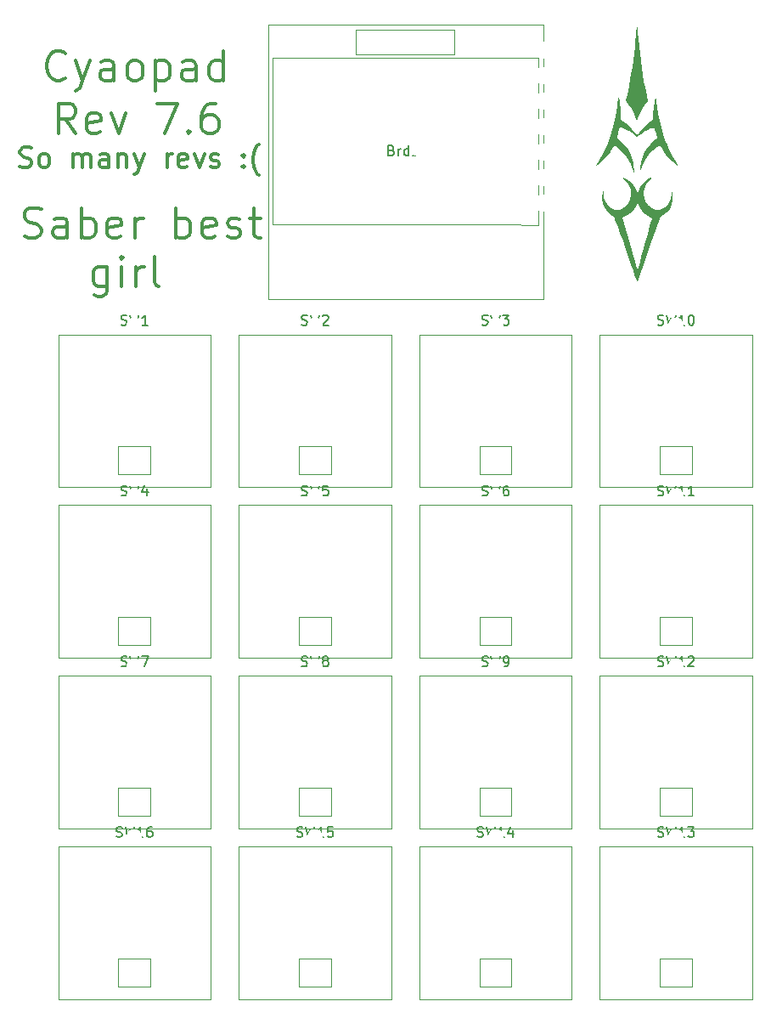
<source format=gto>
G04 #@! TF.GenerationSoftware,KiCad,Pcbnew,8.0.6*
G04 #@! TF.CreationDate,2024-10-20T21:42:17+02:00*
G04 #@! TF.ProjectId,macropad,6d616372-6f70-4616-942e-6b696361645f,v7.6*
G04 #@! TF.SameCoordinates,Original*
G04 #@! TF.FileFunction,Legend,Top*
G04 #@! TF.FilePolarity,Positive*
%FSLAX46Y46*%
G04 Gerber Fmt 4.6, Leading zero omitted, Abs format (unit mm)*
G04 Created by KiCad (PCBNEW 8.0.6) date 2024-10-20 21:42:17*
%MOMM*%
%LPD*%
G01*
G04 APERTURE LIST*
%ADD10C,0.300000*%
%ADD11C,0.150000*%
%ADD12C,0.120000*%
%ADD13C,0.100000*%
%ADD14C,0.000000*%
%ADD15C,2.600000*%
%ADD16C,5.050000*%
%ADD17C,2.200000*%
%ADD18O,1.600000X2.000000*%
%ADD19R,1.600000X1.600000*%
%ADD20O,1.600000X1.600000*%
%ADD21C,1.600000*%
%ADD22R,3.500000X1.700000*%
%ADD23O,3.600000X1.700000*%
%ADD24O,3.700000X1.700000*%
%ADD25C,1.400000*%
%ADD26O,1.400000X1.400000*%
G04 APERTURE END LIST*
D10*
X2268796Y-21394568D02*
X2697368Y-21537425D01*
X2697368Y-21537425D02*
X3411653Y-21537425D01*
X3411653Y-21537425D02*
X3697368Y-21394568D01*
X3697368Y-21394568D02*
X3840225Y-21251710D01*
X3840225Y-21251710D02*
X3983082Y-20965996D01*
X3983082Y-20965996D02*
X3983082Y-20680282D01*
X3983082Y-20680282D02*
X3840225Y-20394568D01*
X3840225Y-20394568D02*
X3697368Y-20251710D01*
X3697368Y-20251710D02*
X3411653Y-20108853D01*
X3411653Y-20108853D02*
X2840225Y-19965996D01*
X2840225Y-19965996D02*
X2554510Y-19823139D01*
X2554510Y-19823139D02*
X2411653Y-19680282D01*
X2411653Y-19680282D02*
X2268796Y-19394568D01*
X2268796Y-19394568D02*
X2268796Y-19108853D01*
X2268796Y-19108853D02*
X2411653Y-18823139D01*
X2411653Y-18823139D02*
X2554510Y-18680282D01*
X2554510Y-18680282D02*
X2840225Y-18537425D01*
X2840225Y-18537425D02*
X3554510Y-18537425D01*
X3554510Y-18537425D02*
X3983082Y-18680282D01*
X6554511Y-21537425D02*
X6554511Y-19965996D01*
X6554511Y-19965996D02*
X6411653Y-19680282D01*
X6411653Y-19680282D02*
X6125939Y-19537425D01*
X6125939Y-19537425D02*
X5554511Y-19537425D01*
X5554511Y-19537425D02*
X5268796Y-19680282D01*
X6554511Y-21394568D02*
X6268796Y-21537425D01*
X6268796Y-21537425D02*
X5554511Y-21537425D01*
X5554511Y-21537425D02*
X5268796Y-21394568D01*
X5268796Y-21394568D02*
X5125939Y-21108853D01*
X5125939Y-21108853D02*
X5125939Y-20823139D01*
X5125939Y-20823139D02*
X5268796Y-20537425D01*
X5268796Y-20537425D02*
X5554511Y-20394568D01*
X5554511Y-20394568D02*
X6268796Y-20394568D01*
X6268796Y-20394568D02*
X6554511Y-20251710D01*
X7983082Y-21537425D02*
X7983082Y-18537425D01*
X7983082Y-19680282D02*
X8268797Y-19537425D01*
X8268797Y-19537425D02*
X8840225Y-19537425D01*
X8840225Y-19537425D02*
X9125939Y-19680282D01*
X9125939Y-19680282D02*
X9268797Y-19823139D01*
X9268797Y-19823139D02*
X9411654Y-20108853D01*
X9411654Y-20108853D02*
X9411654Y-20965996D01*
X9411654Y-20965996D02*
X9268797Y-21251710D01*
X9268797Y-21251710D02*
X9125939Y-21394568D01*
X9125939Y-21394568D02*
X8840225Y-21537425D01*
X8840225Y-21537425D02*
X8268797Y-21537425D01*
X8268797Y-21537425D02*
X7983082Y-21394568D01*
X11840225Y-21394568D02*
X11554511Y-21537425D01*
X11554511Y-21537425D02*
X10983083Y-21537425D01*
X10983083Y-21537425D02*
X10697368Y-21394568D01*
X10697368Y-21394568D02*
X10554511Y-21108853D01*
X10554511Y-21108853D02*
X10554511Y-19965996D01*
X10554511Y-19965996D02*
X10697368Y-19680282D01*
X10697368Y-19680282D02*
X10983083Y-19537425D01*
X10983083Y-19537425D02*
X11554511Y-19537425D01*
X11554511Y-19537425D02*
X11840225Y-19680282D01*
X11840225Y-19680282D02*
X11983083Y-19965996D01*
X11983083Y-19965996D02*
X11983083Y-20251710D01*
X11983083Y-20251710D02*
X10554511Y-20537425D01*
X13268797Y-21537425D02*
X13268797Y-19537425D01*
X13268797Y-20108853D02*
X13411654Y-19823139D01*
X13411654Y-19823139D02*
X13554512Y-19680282D01*
X13554512Y-19680282D02*
X13840226Y-19537425D01*
X13840226Y-19537425D02*
X14125940Y-19537425D01*
X17411654Y-21537425D02*
X17411654Y-18537425D01*
X17411654Y-19680282D02*
X17697369Y-19537425D01*
X17697369Y-19537425D02*
X18268797Y-19537425D01*
X18268797Y-19537425D02*
X18554511Y-19680282D01*
X18554511Y-19680282D02*
X18697369Y-19823139D01*
X18697369Y-19823139D02*
X18840226Y-20108853D01*
X18840226Y-20108853D02*
X18840226Y-20965996D01*
X18840226Y-20965996D02*
X18697369Y-21251710D01*
X18697369Y-21251710D02*
X18554511Y-21394568D01*
X18554511Y-21394568D02*
X18268797Y-21537425D01*
X18268797Y-21537425D02*
X17697369Y-21537425D01*
X17697369Y-21537425D02*
X17411654Y-21394568D01*
X21268797Y-21394568D02*
X20983083Y-21537425D01*
X20983083Y-21537425D02*
X20411655Y-21537425D01*
X20411655Y-21537425D02*
X20125940Y-21394568D01*
X20125940Y-21394568D02*
X19983083Y-21108853D01*
X19983083Y-21108853D02*
X19983083Y-19965996D01*
X19983083Y-19965996D02*
X20125940Y-19680282D01*
X20125940Y-19680282D02*
X20411655Y-19537425D01*
X20411655Y-19537425D02*
X20983083Y-19537425D01*
X20983083Y-19537425D02*
X21268797Y-19680282D01*
X21268797Y-19680282D02*
X21411655Y-19965996D01*
X21411655Y-19965996D02*
X21411655Y-20251710D01*
X21411655Y-20251710D02*
X19983083Y-20537425D01*
X22554512Y-21394568D02*
X22840226Y-21537425D01*
X22840226Y-21537425D02*
X23411655Y-21537425D01*
X23411655Y-21537425D02*
X23697369Y-21394568D01*
X23697369Y-21394568D02*
X23840226Y-21108853D01*
X23840226Y-21108853D02*
X23840226Y-20965996D01*
X23840226Y-20965996D02*
X23697369Y-20680282D01*
X23697369Y-20680282D02*
X23411655Y-20537425D01*
X23411655Y-20537425D02*
X22983084Y-20537425D01*
X22983084Y-20537425D02*
X22697369Y-20394568D01*
X22697369Y-20394568D02*
X22554512Y-20108853D01*
X22554512Y-20108853D02*
X22554512Y-19965996D01*
X22554512Y-19965996D02*
X22697369Y-19680282D01*
X22697369Y-19680282D02*
X22983084Y-19537425D01*
X22983084Y-19537425D02*
X23411655Y-19537425D01*
X23411655Y-19537425D02*
X23697369Y-19680282D01*
X24697369Y-19537425D02*
X25840226Y-19537425D01*
X25125940Y-18537425D02*
X25125940Y-21108853D01*
X25125940Y-21108853D02*
X25268797Y-21394568D01*
X25268797Y-21394568D02*
X25554512Y-21537425D01*
X25554512Y-21537425D02*
X25840226Y-21537425D01*
X10554510Y-24367257D02*
X10554510Y-26795828D01*
X10554510Y-26795828D02*
X10411652Y-27081542D01*
X10411652Y-27081542D02*
X10268795Y-27224400D01*
X10268795Y-27224400D02*
X9983081Y-27367257D01*
X9983081Y-27367257D02*
X9554510Y-27367257D01*
X9554510Y-27367257D02*
X9268795Y-27224400D01*
X10554510Y-26224400D02*
X10268795Y-26367257D01*
X10268795Y-26367257D02*
X9697367Y-26367257D01*
X9697367Y-26367257D02*
X9411652Y-26224400D01*
X9411652Y-26224400D02*
X9268795Y-26081542D01*
X9268795Y-26081542D02*
X9125938Y-25795828D01*
X9125938Y-25795828D02*
X9125938Y-24938685D01*
X9125938Y-24938685D02*
X9268795Y-24652971D01*
X9268795Y-24652971D02*
X9411652Y-24510114D01*
X9411652Y-24510114D02*
X9697367Y-24367257D01*
X9697367Y-24367257D02*
X10268795Y-24367257D01*
X10268795Y-24367257D02*
X10554510Y-24510114D01*
X11983081Y-26367257D02*
X11983081Y-24367257D01*
X11983081Y-23367257D02*
X11840224Y-23510114D01*
X11840224Y-23510114D02*
X11983081Y-23652971D01*
X11983081Y-23652971D02*
X12125938Y-23510114D01*
X12125938Y-23510114D02*
X11983081Y-23367257D01*
X11983081Y-23367257D02*
X11983081Y-23652971D01*
X13411652Y-26367257D02*
X13411652Y-24367257D01*
X13411652Y-24938685D02*
X13554509Y-24652971D01*
X13554509Y-24652971D02*
X13697367Y-24510114D01*
X13697367Y-24510114D02*
X13983081Y-24367257D01*
X13983081Y-24367257D02*
X14268795Y-24367257D01*
X15697367Y-26367257D02*
X15411652Y-26224400D01*
X15411652Y-26224400D02*
X15268795Y-25938685D01*
X15268795Y-25938685D02*
X15268795Y-23367257D01*
X7375939Y-11117257D02*
X6375939Y-9688685D01*
X5661653Y-11117257D02*
X5661653Y-8117257D01*
X5661653Y-8117257D02*
X6804510Y-8117257D01*
X6804510Y-8117257D02*
X7090225Y-8260114D01*
X7090225Y-8260114D02*
X7233082Y-8402971D01*
X7233082Y-8402971D02*
X7375939Y-8688685D01*
X7375939Y-8688685D02*
X7375939Y-9117257D01*
X7375939Y-9117257D02*
X7233082Y-9402971D01*
X7233082Y-9402971D02*
X7090225Y-9545828D01*
X7090225Y-9545828D02*
X6804510Y-9688685D01*
X6804510Y-9688685D02*
X5661653Y-9688685D01*
X9804510Y-10974400D02*
X9518796Y-11117257D01*
X9518796Y-11117257D02*
X8947368Y-11117257D01*
X8947368Y-11117257D02*
X8661653Y-10974400D01*
X8661653Y-10974400D02*
X8518796Y-10688685D01*
X8518796Y-10688685D02*
X8518796Y-9545828D01*
X8518796Y-9545828D02*
X8661653Y-9260114D01*
X8661653Y-9260114D02*
X8947368Y-9117257D01*
X8947368Y-9117257D02*
X9518796Y-9117257D01*
X9518796Y-9117257D02*
X9804510Y-9260114D01*
X9804510Y-9260114D02*
X9947368Y-9545828D01*
X9947368Y-9545828D02*
X9947368Y-9831542D01*
X9947368Y-9831542D02*
X8518796Y-10117257D01*
X10947368Y-9117257D02*
X11661654Y-11117257D01*
X11661654Y-11117257D02*
X12375939Y-9117257D01*
X15518796Y-8117257D02*
X17518796Y-8117257D01*
X17518796Y-8117257D02*
X16233082Y-11117257D01*
X18661653Y-10831542D02*
X18804510Y-10974400D01*
X18804510Y-10974400D02*
X18661653Y-11117257D01*
X18661653Y-11117257D02*
X18518796Y-10974400D01*
X18518796Y-10974400D02*
X18661653Y-10831542D01*
X18661653Y-10831542D02*
X18661653Y-11117257D01*
X21375939Y-8117257D02*
X20804510Y-8117257D01*
X20804510Y-8117257D02*
X20518796Y-8260114D01*
X20518796Y-8260114D02*
X20375939Y-8402971D01*
X20375939Y-8402971D02*
X20090224Y-8831542D01*
X20090224Y-8831542D02*
X19947367Y-9402971D01*
X19947367Y-9402971D02*
X19947367Y-10545828D01*
X19947367Y-10545828D02*
X20090224Y-10831542D01*
X20090224Y-10831542D02*
X20233081Y-10974400D01*
X20233081Y-10974400D02*
X20518796Y-11117257D01*
X20518796Y-11117257D02*
X21090224Y-11117257D01*
X21090224Y-11117257D02*
X21375939Y-10974400D01*
X21375939Y-10974400D02*
X21518796Y-10831542D01*
X21518796Y-10831542D02*
X21661653Y-10545828D01*
X21661653Y-10545828D02*
X21661653Y-9831542D01*
X21661653Y-9831542D02*
X21518796Y-9545828D01*
X21518796Y-9545828D02*
X21375939Y-9402971D01*
X21375939Y-9402971D02*
X21090224Y-9260114D01*
X21090224Y-9260114D02*
X20518796Y-9260114D01*
X20518796Y-9260114D02*
X20233081Y-9402971D01*
X20233081Y-9402971D02*
X20090224Y-9545828D01*
X20090224Y-9545828D02*
X19947367Y-9831542D01*
X6375939Y-5581542D02*
X6233082Y-5724400D01*
X6233082Y-5724400D02*
X5804510Y-5867257D01*
X5804510Y-5867257D02*
X5518796Y-5867257D01*
X5518796Y-5867257D02*
X5090225Y-5724400D01*
X5090225Y-5724400D02*
X4804510Y-5438685D01*
X4804510Y-5438685D02*
X4661653Y-5152971D01*
X4661653Y-5152971D02*
X4518796Y-4581542D01*
X4518796Y-4581542D02*
X4518796Y-4152971D01*
X4518796Y-4152971D02*
X4661653Y-3581542D01*
X4661653Y-3581542D02*
X4804510Y-3295828D01*
X4804510Y-3295828D02*
X5090225Y-3010114D01*
X5090225Y-3010114D02*
X5518796Y-2867257D01*
X5518796Y-2867257D02*
X5804510Y-2867257D01*
X5804510Y-2867257D02*
X6233082Y-3010114D01*
X6233082Y-3010114D02*
X6375939Y-3152971D01*
X7375939Y-3867257D02*
X8090225Y-5867257D01*
X8804510Y-3867257D02*
X8090225Y-5867257D01*
X8090225Y-5867257D02*
X7804510Y-6581542D01*
X7804510Y-6581542D02*
X7661653Y-6724400D01*
X7661653Y-6724400D02*
X7375939Y-6867257D01*
X11233082Y-5867257D02*
X11233082Y-4295828D01*
X11233082Y-4295828D02*
X11090224Y-4010114D01*
X11090224Y-4010114D02*
X10804510Y-3867257D01*
X10804510Y-3867257D02*
X10233082Y-3867257D01*
X10233082Y-3867257D02*
X9947367Y-4010114D01*
X11233082Y-5724400D02*
X10947367Y-5867257D01*
X10947367Y-5867257D02*
X10233082Y-5867257D01*
X10233082Y-5867257D02*
X9947367Y-5724400D01*
X9947367Y-5724400D02*
X9804510Y-5438685D01*
X9804510Y-5438685D02*
X9804510Y-5152971D01*
X9804510Y-5152971D02*
X9947367Y-4867257D01*
X9947367Y-4867257D02*
X10233082Y-4724400D01*
X10233082Y-4724400D02*
X10947367Y-4724400D01*
X10947367Y-4724400D02*
X11233082Y-4581542D01*
X13090225Y-5867257D02*
X12804510Y-5724400D01*
X12804510Y-5724400D02*
X12661653Y-5581542D01*
X12661653Y-5581542D02*
X12518796Y-5295828D01*
X12518796Y-5295828D02*
X12518796Y-4438685D01*
X12518796Y-4438685D02*
X12661653Y-4152971D01*
X12661653Y-4152971D02*
X12804510Y-4010114D01*
X12804510Y-4010114D02*
X13090225Y-3867257D01*
X13090225Y-3867257D02*
X13518796Y-3867257D01*
X13518796Y-3867257D02*
X13804510Y-4010114D01*
X13804510Y-4010114D02*
X13947368Y-4152971D01*
X13947368Y-4152971D02*
X14090225Y-4438685D01*
X14090225Y-4438685D02*
X14090225Y-5295828D01*
X14090225Y-5295828D02*
X13947368Y-5581542D01*
X13947368Y-5581542D02*
X13804510Y-5724400D01*
X13804510Y-5724400D02*
X13518796Y-5867257D01*
X13518796Y-5867257D02*
X13090225Y-5867257D01*
X15375939Y-3867257D02*
X15375939Y-6867257D01*
X15375939Y-4010114D02*
X15661654Y-3867257D01*
X15661654Y-3867257D02*
X16233082Y-3867257D01*
X16233082Y-3867257D02*
X16518796Y-4010114D01*
X16518796Y-4010114D02*
X16661654Y-4152971D01*
X16661654Y-4152971D02*
X16804511Y-4438685D01*
X16804511Y-4438685D02*
X16804511Y-5295828D01*
X16804511Y-5295828D02*
X16661654Y-5581542D01*
X16661654Y-5581542D02*
X16518796Y-5724400D01*
X16518796Y-5724400D02*
X16233082Y-5867257D01*
X16233082Y-5867257D02*
X15661654Y-5867257D01*
X15661654Y-5867257D02*
X15375939Y-5724400D01*
X19375940Y-5867257D02*
X19375940Y-4295828D01*
X19375940Y-4295828D02*
X19233082Y-4010114D01*
X19233082Y-4010114D02*
X18947368Y-3867257D01*
X18947368Y-3867257D02*
X18375940Y-3867257D01*
X18375940Y-3867257D02*
X18090225Y-4010114D01*
X19375940Y-5724400D02*
X19090225Y-5867257D01*
X19090225Y-5867257D02*
X18375940Y-5867257D01*
X18375940Y-5867257D02*
X18090225Y-5724400D01*
X18090225Y-5724400D02*
X17947368Y-5438685D01*
X17947368Y-5438685D02*
X17947368Y-5152971D01*
X17947368Y-5152971D02*
X18090225Y-4867257D01*
X18090225Y-4867257D02*
X18375940Y-4724400D01*
X18375940Y-4724400D02*
X19090225Y-4724400D01*
X19090225Y-4724400D02*
X19375940Y-4581542D01*
X22090226Y-5867257D02*
X22090226Y-2867257D01*
X22090226Y-5724400D02*
X21804511Y-5867257D01*
X21804511Y-5867257D02*
X21233083Y-5867257D01*
X21233083Y-5867257D02*
X20947368Y-5724400D01*
X20947368Y-5724400D02*
X20804511Y-5581542D01*
X20804511Y-5581542D02*
X20661654Y-5295828D01*
X20661654Y-5295828D02*
X20661654Y-4438685D01*
X20661654Y-4438685D02*
X20804511Y-4152971D01*
X20804511Y-4152971D02*
X20947368Y-4010114D01*
X20947368Y-4010114D02*
X21233083Y-3867257D01*
X21233083Y-3867257D02*
X21804511Y-3867257D01*
X21804511Y-3867257D02*
X22090226Y-4010114D01*
X1828320Y-14394400D02*
X2114034Y-14489638D01*
X2114034Y-14489638D02*
X2590225Y-14489638D01*
X2590225Y-14489638D02*
X2780701Y-14394400D01*
X2780701Y-14394400D02*
X2875939Y-14299161D01*
X2875939Y-14299161D02*
X2971177Y-14108685D01*
X2971177Y-14108685D02*
X2971177Y-13918209D01*
X2971177Y-13918209D02*
X2875939Y-13727733D01*
X2875939Y-13727733D02*
X2780701Y-13632495D01*
X2780701Y-13632495D02*
X2590225Y-13537257D01*
X2590225Y-13537257D02*
X2209272Y-13442019D01*
X2209272Y-13442019D02*
X2018796Y-13346780D01*
X2018796Y-13346780D02*
X1923558Y-13251542D01*
X1923558Y-13251542D02*
X1828320Y-13061066D01*
X1828320Y-13061066D02*
X1828320Y-12870590D01*
X1828320Y-12870590D02*
X1923558Y-12680114D01*
X1923558Y-12680114D02*
X2018796Y-12584876D01*
X2018796Y-12584876D02*
X2209272Y-12489638D01*
X2209272Y-12489638D02*
X2685463Y-12489638D01*
X2685463Y-12489638D02*
X2971177Y-12584876D01*
X4114034Y-14489638D02*
X3923558Y-14394400D01*
X3923558Y-14394400D02*
X3828320Y-14299161D01*
X3828320Y-14299161D02*
X3733082Y-14108685D01*
X3733082Y-14108685D02*
X3733082Y-13537257D01*
X3733082Y-13537257D02*
X3828320Y-13346780D01*
X3828320Y-13346780D02*
X3923558Y-13251542D01*
X3923558Y-13251542D02*
X4114034Y-13156304D01*
X4114034Y-13156304D02*
X4399749Y-13156304D01*
X4399749Y-13156304D02*
X4590225Y-13251542D01*
X4590225Y-13251542D02*
X4685463Y-13346780D01*
X4685463Y-13346780D02*
X4780701Y-13537257D01*
X4780701Y-13537257D02*
X4780701Y-14108685D01*
X4780701Y-14108685D02*
X4685463Y-14299161D01*
X4685463Y-14299161D02*
X4590225Y-14394400D01*
X4590225Y-14394400D02*
X4399749Y-14489638D01*
X4399749Y-14489638D02*
X4114034Y-14489638D01*
X7161654Y-14489638D02*
X7161654Y-13156304D01*
X7161654Y-13346780D02*
X7256892Y-13251542D01*
X7256892Y-13251542D02*
X7447368Y-13156304D01*
X7447368Y-13156304D02*
X7733083Y-13156304D01*
X7733083Y-13156304D02*
X7923559Y-13251542D01*
X7923559Y-13251542D02*
X8018797Y-13442019D01*
X8018797Y-13442019D02*
X8018797Y-14489638D01*
X8018797Y-13442019D02*
X8114035Y-13251542D01*
X8114035Y-13251542D02*
X8304511Y-13156304D01*
X8304511Y-13156304D02*
X8590225Y-13156304D01*
X8590225Y-13156304D02*
X8780702Y-13251542D01*
X8780702Y-13251542D02*
X8875940Y-13442019D01*
X8875940Y-13442019D02*
X8875940Y-14489638D01*
X10685464Y-14489638D02*
X10685464Y-13442019D01*
X10685464Y-13442019D02*
X10590226Y-13251542D01*
X10590226Y-13251542D02*
X10399750Y-13156304D01*
X10399750Y-13156304D02*
X10018797Y-13156304D01*
X10018797Y-13156304D02*
X9828321Y-13251542D01*
X10685464Y-14394400D02*
X10494988Y-14489638D01*
X10494988Y-14489638D02*
X10018797Y-14489638D01*
X10018797Y-14489638D02*
X9828321Y-14394400D01*
X9828321Y-14394400D02*
X9733083Y-14203923D01*
X9733083Y-14203923D02*
X9733083Y-14013447D01*
X9733083Y-14013447D02*
X9828321Y-13822971D01*
X9828321Y-13822971D02*
X10018797Y-13727733D01*
X10018797Y-13727733D02*
X10494988Y-13727733D01*
X10494988Y-13727733D02*
X10685464Y-13632495D01*
X11637845Y-13156304D02*
X11637845Y-14489638D01*
X11637845Y-13346780D02*
X11733083Y-13251542D01*
X11733083Y-13251542D02*
X11923559Y-13156304D01*
X11923559Y-13156304D02*
X12209274Y-13156304D01*
X12209274Y-13156304D02*
X12399750Y-13251542D01*
X12399750Y-13251542D02*
X12494988Y-13442019D01*
X12494988Y-13442019D02*
X12494988Y-14489638D01*
X13256893Y-13156304D02*
X13733083Y-14489638D01*
X14209274Y-13156304D02*
X13733083Y-14489638D01*
X13733083Y-14489638D02*
X13542607Y-14965828D01*
X13542607Y-14965828D02*
X13447369Y-15061066D01*
X13447369Y-15061066D02*
X13256893Y-15156304D01*
X16494989Y-14489638D02*
X16494989Y-13156304D01*
X16494989Y-13537257D02*
X16590227Y-13346780D01*
X16590227Y-13346780D02*
X16685465Y-13251542D01*
X16685465Y-13251542D02*
X16875941Y-13156304D01*
X16875941Y-13156304D02*
X17066418Y-13156304D01*
X18494989Y-14394400D02*
X18304513Y-14489638D01*
X18304513Y-14489638D02*
X17923560Y-14489638D01*
X17923560Y-14489638D02*
X17733084Y-14394400D01*
X17733084Y-14394400D02*
X17637846Y-14203923D01*
X17637846Y-14203923D02*
X17637846Y-13442019D01*
X17637846Y-13442019D02*
X17733084Y-13251542D01*
X17733084Y-13251542D02*
X17923560Y-13156304D01*
X17923560Y-13156304D02*
X18304513Y-13156304D01*
X18304513Y-13156304D02*
X18494989Y-13251542D01*
X18494989Y-13251542D02*
X18590227Y-13442019D01*
X18590227Y-13442019D02*
X18590227Y-13632495D01*
X18590227Y-13632495D02*
X17637846Y-13822971D01*
X19256894Y-13156304D02*
X19733084Y-14489638D01*
X19733084Y-14489638D02*
X20209275Y-13156304D01*
X20875942Y-14394400D02*
X21066418Y-14489638D01*
X21066418Y-14489638D02*
X21447370Y-14489638D01*
X21447370Y-14489638D02*
X21637847Y-14394400D01*
X21637847Y-14394400D02*
X21733085Y-14203923D01*
X21733085Y-14203923D02*
X21733085Y-14108685D01*
X21733085Y-14108685D02*
X21637847Y-13918209D01*
X21637847Y-13918209D02*
X21447370Y-13822971D01*
X21447370Y-13822971D02*
X21161656Y-13822971D01*
X21161656Y-13822971D02*
X20971180Y-13727733D01*
X20971180Y-13727733D02*
X20875942Y-13537257D01*
X20875942Y-13537257D02*
X20875942Y-13442019D01*
X20875942Y-13442019D02*
X20971180Y-13251542D01*
X20971180Y-13251542D02*
X21161656Y-13156304D01*
X21161656Y-13156304D02*
X21447370Y-13156304D01*
X21447370Y-13156304D02*
X21637847Y-13251542D01*
X24114038Y-14299161D02*
X24209276Y-14394400D01*
X24209276Y-14394400D02*
X24114038Y-14489638D01*
X24114038Y-14489638D02*
X24018800Y-14394400D01*
X24018800Y-14394400D02*
X24114038Y-14299161D01*
X24114038Y-14299161D02*
X24114038Y-14489638D01*
X24114038Y-13251542D02*
X24209276Y-13346780D01*
X24209276Y-13346780D02*
X24114038Y-13442019D01*
X24114038Y-13442019D02*
X24018800Y-13346780D01*
X24018800Y-13346780D02*
X24114038Y-13251542D01*
X24114038Y-13251542D02*
X24114038Y-13442019D01*
X25637848Y-15251542D02*
X25542609Y-15156304D01*
X25542609Y-15156304D02*
X25352133Y-14870590D01*
X25352133Y-14870590D02*
X25256895Y-14680114D01*
X25256895Y-14680114D02*
X25161657Y-14394400D01*
X25161657Y-14394400D02*
X25066419Y-13918209D01*
X25066419Y-13918209D02*
X25066419Y-13537257D01*
X25066419Y-13537257D02*
X25161657Y-13061066D01*
X25161657Y-13061066D02*
X25256895Y-12775352D01*
X25256895Y-12775352D02*
X25352133Y-12584876D01*
X25352133Y-12584876D02*
X25542609Y-12299161D01*
X25542609Y-12299161D02*
X25637848Y-12203923D01*
D11*
X11916667Y-47157200D02*
X12059524Y-47204819D01*
X12059524Y-47204819D02*
X12297619Y-47204819D01*
X12297619Y-47204819D02*
X12392857Y-47157200D01*
X12392857Y-47157200D02*
X12440476Y-47109580D01*
X12440476Y-47109580D02*
X12488095Y-47014342D01*
X12488095Y-47014342D02*
X12488095Y-46919104D01*
X12488095Y-46919104D02*
X12440476Y-46823866D01*
X12440476Y-46823866D02*
X12392857Y-46776247D01*
X12392857Y-46776247D02*
X12297619Y-46728628D01*
X12297619Y-46728628D02*
X12107143Y-46681009D01*
X12107143Y-46681009D02*
X12011905Y-46633390D01*
X12011905Y-46633390D02*
X11964286Y-46585771D01*
X11964286Y-46585771D02*
X11916667Y-46490533D01*
X11916667Y-46490533D02*
X11916667Y-46395295D01*
X11916667Y-46395295D02*
X11964286Y-46300057D01*
X11964286Y-46300057D02*
X12011905Y-46252438D01*
X12011905Y-46252438D02*
X12107143Y-46204819D01*
X12107143Y-46204819D02*
X12345238Y-46204819D01*
X12345238Y-46204819D02*
X12488095Y-46252438D01*
X12821429Y-46204819D02*
X13059524Y-47204819D01*
X13059524Y-47204819D02*
X13250000Y-46490533D01*
X13250000Y-46490533D02*
X13440476Y-47204819D01*
X13440476Y-47204819D02*
X13678572Y-46204819D01*
X14488095Y-46538152D02*
X14488095Y-47204819D01*
X14250000Y-46157200D02*
X14011905Y-46871485D01*
X14011905Y-46871485D02*
X14630952Y-46871485D01*
X47440476Y-81157200D02*
X47583333Y-81204819D01*
X47583333Y-81204819D02*
X47821428Y-81204819D01*
X47821428Y-81204819D02*
X47916666Y-81157200D01*
X47916666Y-81157200D02*
X47964285Y-81109580D01*
X47964285Y-81109580D02*
X48011904Y-81014342D01*
X48011904Y-81014342D02*
X48011904Y-80919104D01*
X48011904Y-80919104D02*
X47964285Y-80823866D01*
X47964285Y-80823866D02*
X47916666Y-80776247D01*
X47916666Y-80776247D02*
X47821428Y-80728628D01*
X47821428Y-80728628D02*
X47630952Y-80681009D01*
X47630952Y-80681009D02*
X47535714Y-80633390D01*
X47535714Y-80633390D02*
X47488095Y-80585771D01*
X47488095Y-80585771D02*
X47440476Y-80490533D01*
X47440476Y-80490533D02*
X47440476Y-80395295D01*
X47440476Y-80395295D02*
X47488095Y-80300057D01*
X47488095Y-80300057D02*
X47535714Y-80252438D01*
X47535714Y-80252438D02*
X47630952Y-80204819D01*
X47630952Y-80204819D02*
X47869047Y-80204819D01*
X47869047Y-80204819D02*
X48011904Y-80252438D01*
X48345238Y-80204819D02*
X48583333Y-81204819D01*
X48583333Y-81204819D02*
X48773809Y-80490533D01*
X48773809Y-80490533D02*
X48964285Y-81204819D01*
X48964285Y-81204819D02*
X49202381Y-80204819D01*
X50107142Y-81204819D02*
X49535714Y-81204819D01*
X49821428Y-81204819D02*
X49821428Y-80204819D01*
X49821428Y-80204819D02*
X49726190Y-80347676D01*
X49726190Y-80347676D02*
X49630952Y-80442914D01*
X49630952Y-80442914D02*
X49535714Y-80490533D01*
X50964285Y-80538152D02*
X50964285Y-81204819D01*
X50726190Y-80157200D02*
X50488095Y-80871485D01*
X50488095Y-80871485D02*
X51107142Y-80871485D01*
X11916667Y-30157200D02*
X12059524Y-30204819D01*
X12059524Y-30204819D02*
X12297619Y-30204819D01*
X12297619Y-30204819D02*
X12392857Y-30157200D01*
X12392857Y-30157200D02*
X12440476Y-30109580D01*
X12440476Y-30109580D02*
X12488095Y-30014342D01*
X12488095Y-30014342D02*
X12488095Y-29919104D01*
X12488095Y-29919104D02*
X12440476Y-29823866D01*
X12440476Y-29823866D02*
X12392857Y-29776247D01*
X12392857Y-29776247D02*
X12297619Y-29728628D01*
X12297619Y-29728628D02*
X12107143Y-29681009D01*
X12107143Y-29681009D02*
X12011905Y-29633390D01*
X12011905Y-29633390D02*
X11964286Y-29585771D01*
X11964286Y-29585771D02*
X11916667Y-29490533D01*
X11916667Y-29490533D02*
X11916667Y-29395295D01*
X11916667Y-29395295D02*
X11964286Y-29300057D01*
X11964286Y-29300057D02*
X12011905Y-29252438D01*
X12011905Y-29252438D02*
X12107143Y-29204819D01*
X12107143Y-29204819D02*
X12345238Y-29204819D01*
X12345238Y-29204819D02*
X12488095Y-29252438D01*
X12821429Y-29204819D02*
X13059524Y-30204819D01*
X13059524Y-30204819D02*
X13250000Y-29490533D01*
X13250000Y-29490533D02*
X13440476Y-30204819D01*
X13440476Y-30204819D02*
X13678572Y-29204819D01*
X14583333Y-30204819D02*
X14011905Y-30204819D01*
X14297619Y-30204819D02*
X14297619Y-29204819D01*
X14297619Y-29204819D02*
X14202381Y-29347676D01*
X14202381Y-29347676D02*
X14107143Y-29442914D01*
X14107143Y-29442914D02*
X14011905Y-29490533D01*
X29916667Y-64157200D02*
X30059524Y-64204819D01*
X30059524Y-64204819D02*
X30297619Y-64204819D01*
X30297619Y-64204819D02*
X30392857Y-64157200D01*
X30392857Y-64157200D02*
X30440476Y-64109580D01*
X30440476Y-64109580D02*
X30488095Y-64014342D01*
X30488095Y-64014342D02*
X30488095Y-63919104D01*
X30488095Y-63919104D02*
X30440476Y-63823866D01*
X30440476Y-63823866D02*
X30392857Y-63776247D01*
X30392857Y-63776247D02*
X30297619Y-63728628D01*
X30297619Y-63728628D02*
X30107143Y-63681009D01*
X30107143Y-63681009D02*
X30011905Y-63633390D01*
X30011905Y-63633390D02*
X29964286Y-63585771D01*
X29964286Y-63585771D02*
X29916667Y-63490533D01*
X29916667Y-63490533D02*
X29916667Y-63395295D01*
X29916667Y-63395295D02*
X29964286Y-63300057D01*
X29964286Y-63300057D02*
X30011905Y-63252438D01*
X30011905Y-63252438D02*
X30107143Y-63204819D01*
X30107143Y-63204819D02*
X30345238Y-63204819D01*
X30345238Y-63204819D02*
X30488095Y-63252438D01*
X30821429Y-63204819D02*
X31059524Y-64204819D01*
X31059524Y-64204819D02*
X31250000Y-63490533D01*
X31250000Y-63490533D02*
X31440476Y-64204819D01*
X31440476Y-64204819D02*
X31678572Y-63204819D01*
X32202381Y-63633390D02*
X32107143Y-63585771D01*
X32107143Y-63585771D02*
X32059524Y-63538152D01*
X32059524Y-63538152D02*
X32011905Y-63442914D01*
X32011905Y-63442914D02*
X32011905Y-63395295D01*
X32011905Y-63395295D02*
X32059524Y-63300057D01*
X32059524Y-63300057D02*
X32107143Y-63252438D01*
X32107143Y-63252438D02*
X32202381Y-63204819D01*
X32202381Y-63204819D02*
X32392857Y-63204819D01*
X32392857Y-63204819D02*
X32488095Y-63252438D01*
X32488095Y-63252438D02*
X32535714Y-63300057D01*
X32535714Y-63300057D02*
X32583333Y-63395295D01*
X32583333Y-63395295D02*
X32583333Y-63442914D01*
X32583333Y-63442914D02*
X32535714Y-63538152D01*
X32535714Y-63538152D02*
X32488095Y-63585771D01*
X32488095Y-63585771D02*
X32392857Y-63633390D01*
X32392857Y-63633390D02*
X32202381Y-63633390D01*
X32202381Y-63633390D02*
X32107143Y-63681009D01*
X32107143Y-63681009D02*
X32059524Y-63728628D01*
X32059524Y-63728628D02*
X32011905Y-63823866D01*
X32011905Y-63823866D02*
X32011905Y-64014342D01*
X32011905Y-64014342D02*
X32059524Y-64109580D01*
X32059524Y-64109580D02*
X32107143Y-64157200D01*
X32107143Y-64157200D02*
X32202381Y-64204819D01*
X32202381Y-64204819D02*
X32392857Y-64204819D01*
X32392857Y-64204819D02*
X32488095Y-64157200D01*
X32488095Y-64157200D02*
X32535714Y-64109580D01*
X32535714Y-64109580D02*
X32583333Y-64014342D01*
X32583333Y-64014342D02*
X32583333Y-63823866D01*
X32583333Y-63823866D02*
X32535714Y-63728628D01*
X32535714Y-63728628D02*
X32488095Y-63681009D01*
X32488095Y-63681009D02*
X32392857Y-63633390D01*
X47916667Y-64157200D02*
X48059524Y-64204819D01*
X48059524Y-64204819D02*
X48297619Y-64204819D01*
X48297619Y-64204819D02*
X48392857Y-64157200D01*
X48392857Y-64157200D02*
X48440476Y-64109580D01*
X48440476Y-64109580D02*
X48488095Y-64014342D01*
X48488095Y-64014342D02*
X48488095Y-63919104D01*
X48488095Y-63919104D02*
X48440476Y-63823866D01*
X48440476Y-63823866D02*
X48392857Y-63776247D01*
X48392857Y-63776247D02*
X48297619Y-63728628D01*
X48297619Y-63728628D02*
X48107143Y-63681009D01*
X48107143Y-63681009D02*
X48011905Y-63633390D01*
X48011905Y-63633390D02*
X47964286Y-63585771D01*
X47964286Y-63585771D02*
X47916667Y-63490533D01*
X47916667Y-63490533D02*
X47916667Y-63395295D01*
X47916667Y-63395295D02*
X47964286Y-63300057D01*
X47964286Y-63300057D02*
X48011905Y-63252438D01*
X48011905Y-63252438D02*
X48107143Y-63204819D01*
X48107143Y-63204819D02*
X48345238Y-63204819D01*
X48345238Y-63204819D02*
X48488095Y-63252438D01*
X48821429Y-63204819D02*
X49059524Y-64204819D01*
X49059524Y-64204819D02*
X49250000Y-63490533D01*
X49250000Y-63490533D02*
X49440476Y-64204819D01*
X49440476Y-64204819D02*
X49678572Y-63204819D01*
X50107143Y-64204819D02*
X50297619Y-64204819D01*
X50297619Y-64204819D02*
X50392857Y-64157200D01*
X50392857Y-64157200D02*
X50440476Y-64109580D01*
X50440476Y-64109580D02*
X50535714Y-63966723D01*
X50535714Y-63966723D02*
X50583333Y-63776247D01*
X50583333Y-63776247D02*
X50583333Y-63395295D01*
X50583333Y-63395295D02*
X50535714Y-63300057D01*
X50535714Y-63300057D02*
X50488095Y-63252438D01*
X50488095Y-63252438D02*
X50392857Y-63204819D01*
X50392857Y-63204819D02*
X50202381Y-63204819D01*
X50202381Y-63204819D02*
X50107143Y-63252438D01*
X50107143Y-63252438D02*
X50059524Y-63300057D01*
X50059524Y-63300057D02*
X50011905Y-63395295D01*
X50011905Y-63395295D02*
X50011905Y-63633390D01*
X50011905Y-63633390D02*
X50059524Y-63728628D01*
X50059524Y-63728628D02*
X50107143Y-63776247D01*
X50107143Y-63776247D02*
X50202381Y-63823866D01*
X50202381Y-63823866D02*
X50392857Y-63823866D01*
X50392857Y-63823866D02*
X50488095Y-63776247D01*
X50488095Y-63776247D02*
X50535714Y-63728628D01*
X50535714Y-63728628D02*
X50583333Y-63633390D01*
X65440476Y-64157200D02*
X65583333Y-64204819D01*
X65583333Y-64204819D02*
X65821428Y-64204819D01*
X65821428Y-64204819D02*
X65916666Y-64157200D01*
X65916666Y-64157200D02*
X65964285Y-64109580D01*
X65964285Y-64109580D02*
X66011904Y-64014342D01*
X66011904Y-64014342D02*
X66011904Y-63919104D01*
X66011904Y-63919104D02*
X65964285Y-63823866D01*
X65964285Y-63823866D02*
X65916666Y-63776247D01*
X65916666Y-63776247D02*
X65821428Y-63728628D01*
X65821428Y-63728628D02*
X65630952Y-63681009D01*
X65630952Y-63681009D02*
X65535714Y-63633390D01*
X65535714Y-63633390D02*
X65488095Y-63585771D01*
X65488095Y-63585771D02*
X65440476Y-63490533D01*
X65440476Y-63490533D02*
X65440476Y-63395295D01*
X65440476Y-63395295D02*
X65488095Y-63300057D01*
X65488095Y-63300057D02*
X65535714Y-63252438D01*
X65535714Y-63252438D02*
X65630952Y-63204819D01*
X65630952Y-63204819D02*
X65869047Y-63204819D01*
X65869047Y-63204819D02*
X66011904Y-63252438D01*
X66345238Y-63204819D02*
X66583333Y-64204819D01*
X66583333Y-64204819D02*
X66773809Y-63490533D01*
X66773809Y-63490533D02*
X66964285Y-64204819D01*
X66964285Y-64204819D02*
X67202381Y-63204819D01*
X68107142Y-64204819D02*
X67535714Y-64204819D01*
X67821428Y-64204819D02*
X67821428Y-63204819D01*
X67821428Y-63204819D02*
X67726190Y-63347676D01*
X67726190Y-63347676D02*
X67630952Y-63442914D01*
X67630952Y-63442914D02*
X67535714Y-63490533D01*
X68488095Y-63300057D02*
X68535714Y-63252438D01*
X68535714Y-63252438D02*
X68630952Y-63204819D01*
X68630952Y-63204819D02*
X68869047Y-63204819D01*
X68869047Y-63204819D02*
X68964285Y-63252438D01*
X68964285Y-63252438D02*
X69011904Y-63300057D01*
X69011904Y-63300057D02*
X69059523Y-63395295D01*
X69059523Y-63395295D02*
X69059523Y-63490533D01*
X69059523Y-63490533D02*
X69011904Y-63633390D01*
X69011904Y-63633390D02*
X68440476Y-64204819D01*
X68440476Y-64204819D02*
X69059523Y-64204819D01*
X47916667Y-47157200D02*
X48059524Y-47204819D01*
X48059524Y-47204819D02*
X48297619Y-47204819D01*
X48297619Y-47204819D02*
X48392857Y-47157200D01*
X48392857Y-47157200D02*
X48440476Y-47109580D01*
X48440476Y-47109580D02*
X48488095Y-47014342D01*
X48488095Y-47014342D02*
X48488095Y-46919104D01*
X48488095Y-46919104D02*
X48440476Y-46823866D01*
X48440476Y-46823866D02*
X48392857Y-46776247D01*
X48392857Y-46776247D02*
X48297619Y-46728628D01*
X48297619Y-46728628D02*
X48107143Y-46681009D01*
X48107143Y-46681009D02*
X48011905Y-46633390D01*
X48011905Y-46633390D02*
X47964286Y-46585771D01*
X47964286Y-46585771D02*
X47916667Y-46490533D01*
X47916667Y-46490533D02*
X47916667Y-46395295D01*
X47916667Y-46395295D02*
X47964286Y-46300057D01*
X47964286Y-46300057D02*
X48011905Y-46252438D01*
X48011905Y-46252438D02*
X48107143Y-46204819D01*
X48107143Y-46204819D02*
X48345238Y-46204819D01*
X48345238Y-46204819D02*
X48488095Y-46252438D01*
X48821429Y-46204819D02*
X49059524Y-47204819D01*
X49059524Y-47204819D02*
X49250000Y-46490533D01*
X49250000Y-46490533D02*
X49440476Y-47204819D01*
X49440476Y-47204819D02*
X49678572Y-46204819D01*
X50488095Y-46204819D02*
X50297619Y-46204819D01*
X50297619Y-46204819D02*
X50202381Y-46252438D01*
X50202381Y-46252438D02*
X50154762Y-46300057D01*
X50154762Y-46300057D02*
X50059524Y-46442914D01*
X50059524Y-46442914D02*
X50011905Y-46633390D01*
X50011905Y-46633390D02*
X50011905Y-47014342D01*
X50011905Y-47014342D02*
X50059524Y-47109580D01*
X50059524Y-47109580D02*
X50107143Y-47157200D01*
X50107143Y-47157200D02*
X50202381Y-47204819D01*
X50202381Y-47204819D02*
X50392857Y-47204819D01*
X50392857Y-47204819D02*
X50488095Y-47157200D01*
X50488095Y-47157200D02*
X50535714Y-47109580D01*
X50535714Y-47109580D02*
X50583333Y-47014342D01*
X50583333Y-47014342D02*
X50583333Y-46776247D01*
X50583333Y-46776247D02*
X50535714Y-46681009D01*
X50535714Y-46681009D02*
X50488095Y-46633390D01*
X50488095Y-46633390D02*
X50392857Y-46585771D01*
X50392857Y-46585771D02*
X50202381Y-46585771D01*
X50202381Y-46585771D02*
X50107143Y-46633390D01*
X50107143Y-46633390D02*
X50059524Y-46681009D01*
X50059524Y-46681009D02*
X50011905Y-46776247D01*
X65440476Y-30157200D02*
X65583333Y-30204819D01*
X65583333Y-30204819D02*
X65821428Y-30204819D01*
X65821428Y-30204819D02*
X65916666Y-30157200D01*
X65916666Y-30157200D02*
X65964285Y-30109580D01*
X65964285Y-30109580D02*
X66011904Y-30014342D01*
X66011904Y-30014342D02*
X66011904Y-29919104D01*
X66011904Y-29919104D02*
X65964285Y-29823866D01*
X65964285Y-29823866D02*
X65916666Y-29776247D01*
X65916666Y-29776247D02*
X65821428Y-29728628D01*
X65821428Y-29728628D02*
X65630952Y-29681009D01*
X65630952Y-29681009D02*
X65535714Y-29633390D01*
X65535714Y-29633390D02*
X65488095Y-29585771D01*
X65488095Y-29585771D02*
X65440476Y-29490533D01*
X65440476Y-29490533D02*
X65440476Y-29395295D01*
X65440476Y-29395295D02*
X65488095Y-29300057D01*
X65488095Y-29300057D02*
X65535714Y-29252438D01*
X65535714Y-29252438D02*
X65630952Y-29204819D01*
X65630952Y-29204819D02*
X65869047Y-29204819D01*
X65869047Y-29204819D02*
X66011904Y-29252438D01*
X66345238Y-29204819D02*
X66583333Y-30204819D01*
X66583333Y-30204819D02*
X66773809Y-29490533D01*
X66773809Y-29490533D02*
X66964285Y-30204819D01*
X66964285Y-30204819D02*
X67202381Y-29204819D01*
X68107142Y-30204819D02*
X67535714Y-30204819D01*
X67821428Y-30204819D02*
X67821428Y-29204819D01*
X67821428Y-29204819D02*
X67726190Y-29347676D01*
X67726190Y-29347676D02*
X67630952Y-29442914D01*
X67630952Y-29442914D02*
X67535714Y-29490533D01*
X68726190Y-29204819D02*
X68821428Y-29204819D01*
X68821428Y-29204819D02*
X68916666Y-29252438D01*
X68916666Y-29252438D02*
X68964285Y-29300057D01*
X68964285Y-29300057D02*
X69011904Y-29395295D01*
X69011904Y-29395295D02*
X69059523Y-29585771D01*
X69059523Y-29585771D02*
X69059523Y-29823866D01*
X69059523Y-29823866D02*
X69011904Y-30014342D01*
X69011904Y-30014342D02*
X68964285Y-30109580D01*
X68964285Y-30109580D02*
X68916666Y-30157200D01*
X68916666Y-30157200D02*
X68821428Y-30204819D01*
X68821428Y-30204819D02*
X68726190Y-30204819D01*
X68726190Y-30204819D02*
X68630952Y-30157200D01*
X68630952Y-30157200D02*
X68583333Y-30109580D01*
X68583333Y-30109580D02*
X68535714Y-30014342D01*
X68535714Y-30014342D02*
X68488095Y-29823866D01*
X68488095Y-29823866D02*
X68488095Y-29585771D01*
X68488095Y-29585771D02*
X68535714Y-29395295D01*
X68535714Y-29395295D02*
X68583333Y-29300057D01*
X68583333Y-29300057D02*
X68630952Y-29252438D01*
X68630952Y-29252438D02*
X68726190Y-29204819D01*
X11916667Y-64157200D02*
X12059524Y-64204819D01*
X12059524Y-64204819D02*
X12297619Y-64204819D01*
X12297619Y-64204819D02*
X12392857Y-64157200D01*
X12392857Y-64157200D02*
X12440476Y-64109580D01*
X12440476Y-64109580D02*
X12488095Y-64014342D01*
X12488095Y-64014342D02*
X12488095Y-63919104D01*
X12488095Y-63919104D02*
X12440476Y-63823866D01*
X12440476Y-63823866D02*
X12392857Y-63776247D01*
X12392857Y-63776247D02*
X12297619Y-63728628D01*
X12297619Y-63728628D02*
X12107143Y-63681009D01*
X12107143Y-63681009D02*
X12011905Y-63633390D01*
X12011905Y-63633390D02*
X11964286Y-63585771D01*
X11964286Y-63585771D02*
X11916667Y-63490533D01*
X11916667Y-63490533D02*
X11916667Y-63395295D01*
X11916667Y-63395295D02*
X11964286Y-63300057D01*
X11964286Y-63300057D02*
X12011905Y-63252438D01*
X12011905Y-63252438D02*
X12107143Y-63204819D01*
X12107143Y-63204819D02*
X12345238Y-63204819D01*
X12345238Y-63204819D02*
X12488095Y-63252438D01*
X12821429Y-63204819D02*
X13059524Y-64204819D01*
X13059524Y-64204819D02*
X13250000Y-63490533D01*
X13250000Y-63490533D02*
X13440476Y-64204819D01*
X13440476Y-64204819D02*
X13678572Y-63204819D01*
X13964286Y-63204819D02*
X14630952Y-63204819D01*
X14630952Y-63204819D02*
X14202381Y-64204819D01*
X38873333Y-12785009D02*
X39016190Y-12832628D01*
X39016190Y-12832628D02*
X39063809Y-12880247D01*
X39063809Y-12880247D02*
X39111428Y-12975485D01*
X39111428Y-12975485D02*
X39111428Y-13118342D01*
X39111428Y-13118342D02*
X39063809Y-13213580D01*
X39063809Y-13213580D02*
X39016190Y-13261200D01*
X39016190Y-13261200D02*
X38920952Y-13308819D01*
X38920952Y-13308819D02*
X38540000Y-13308819D01*
X38540000Y-13308819D02*
X38540000Y-12308819D01*
X38540000Y-12308819D02*
X38873333Y-12308819D01*
X38873333Y-12308819D02*
X38968571Y-12356438D01*
X38968571Y-12356438D02*
X39016190Y-12404057D01*
X39016190Y-12404057D02*
X39063809Y-12499295D01*
X39063809Y-12499295D02*
X39063809Y-12594533D01*
X39063809Y-12594533D02*
X39016190Y-12689771D01*
X39016190Y-12689771D02*
X38968571Y-12737390D01*
X38968571Y-12737390D02*
X38873333Y-12785009D01*
X38873333Y-12785009D02*
X38540000Y-12785009D01*
X39540000Y-13308819D02*
X39540000Y-12642152D01*
X39540000Y-12832628D02*
X39587619Y-12737390D01*
X39587619Y-12737390D02*
X39635238Y-12689771D01*
X39635238Y-12689771D02*
X39730476Y-12642152D01*
X39730476Y-12642152D02*
X39825714Y-12642152D01*
X40587619Y-13308819D02*
X40587619Y-12308819D01*
X40587619Y-13261200D02*
X40492381Y-13308819D01*
X40492381Y-13308819D02*
X40301905Y-13308819D01*
X40301905Y-13308819D02*
X40206667Y-13261200D01*
X40206667Y-13261200D02*
X40159048Y-13213580D01*
X40159048Y-13213580D02*
X40111429Y-13118342D01*
X40111429Y-13118342D02*
X40111429Y-12832628D01*
X40111429Y-12832628D02*
X40159048Y-12737390D01*
X40159048Y-12737390D02*
X40206667Y-12689771D01*
X40206667Y-12689771D02*
X40301905Y-12642152D01*
X40301905Y-12642152D02*
X40492381Y-12642152D01*
X40492381Y-12642152D02*
X40587619Y-12689771D01*
X41587619Y-13308819D02*
X41016191Y-13308819D01*
X41301905Y-13308819D02*
X41301905Y-12308819D01*
X41301905Y-12308819D02*
X41206667Y-12451676D01*
X41206667Y-12451676D02*
X41111429Y-12546914D01*
X41111429Y-12546914D02*
X41016191Y-12594533D01*
X29916667Y-30157200D02*
X30059524Y-30204819D01*
X30059524Y-30204819D02*
X30297619Y-30204819D01*
X30297619Y-30204819D02*
X30392857Y-30157200D01*
X30392857Y-30157200D02*
X30440476Y-30109580D01*
X30440476Y-30109580D02*
X30488095Y-30014342D01*
X30488095Y-30014342D02*
X30488095Y-29919104D01*
X30488095Y-29919104D02*
X30440476Y-29823866D01*
X30440476Y-29823866D02*
X30392857Y-29776247D01*
X30392857Y-29776247D02*
X30297619Y-29728628D01*
X30297619Y-29728628D02*
X30107143Y-29681009D01*
X30107143Y-29681009D02*
X30011905Y-29633390D01*
X30011905Y-29633390D02*
X29964286Y-29585771D01*
X29964286Y-29585771D02*
X29916667Y-29490533D01*
X29916667Y-29490533D02*
X29916667Y-29395295D01*
X29916667Y-29395295D02*
X29964286Y-29300057D01*
X29964286Y-29300057D02*
X30011905Y-29252438D01*
X30011905Y-29252438D02*
X30107143Y-29204819D01*
X30107143Y-29204819D02*
X30345238Y-29204819D01*
X30345238Y-29204819D02*
X30488095Y-29252438D01*
X30821429Y-29204819D02*
X31059524Y-30204819D01*
X31059524Y-30204819D02*
X31250000Y-29490533D01*
X31250000Y-29490533D02*
X31440476Y-30204819D01*
X31440476Y-30204819D02*
X31678572Y-29204819D01*
X32011905Y-29300057D02*
X32059524Y-29252438D01*
X32059524Y-29252438D02*
X32154762Y-29204819D01*
X32154762Y-29204819D02*
X32392857Y-29204819D01*
X32392857Y-29204819D02*
X32488095Y-29252438D01*
X32488095Y-29252438D02*
X32535714Y-29300057D01*
X32535714Y-29300057D02*
X32583333Y-29395295D01*
X32583333Y-29395295D02*
X32583333Y-29490533D01*
X32583333Y-29490533D02*
X32535714Y-29633390D01*
X32535714Y-29633390D02*
X31964286Y-30204819D01*
X31964286Y-30204819D02*
X32583333Y-30204819D01*
X65440476Y-47157200D02*
X65583333Y-47204819D01*
X65583333Y-47204819D02*
X65821428Y-47204819D01*
X65821428Y-47204819D02*
X65916666Y-47157200D01*
X65916666Y-47157200D02*
X65964285Y-47109580D01*
X65964285Y-47109580D02*
X66011904Y-47014342D01*
X66011904Y-47014342D02*
X66011904Y-46919104D01*
X66011904Y-46919104D02*
X65964285Y-46823866D01*
X65964285Y-46823866D02*
X65916666Y-46776247D01*
X65916666Y-46776247D02*
X65821428Y-46728628D01*
X65821428Y-46728628D02*
X65630952Y-46681009D01*
X65630952Y-46681009D02*
X65535714Y-46633390D01*
X65535714Y-46633390D02*
X65488095Y-46585771D01*
X65488095Y-46585771D02*
X65440476Y-46490533D01*
X65440476Y-46490533D02*
X65440476Y-46395295D01*
X65440476Y-46395295D02*
X65488095Y-46300057D01*
X65488095Y-46300057D02*
X65535714Y-46252438D01*
X65535714Y-46252438D02*
X65630952Y-46204819D01*
X65630952Y-46204819D02*
X65869047Y-46204819D01*
X65869047Y-46204819D02*
X66011904Y-46252438D01*
X66345238Y-46204819D02*
X66583333Y-47204819D01*
X66583333Y-47204819D02*
X66773809Y-46490533D01*
X66773809Y-46490533D02*
X66964285Y-47204819D01*
X66964285Y-47204819D02*
X67202381Y-46204819D01*
X68107142Y-47204819D02*
X67535714Y-47204819D01*
X67821428Y-47204819D02*
X67821428Y-46204819D01*
X67821428Y-46204819D02*
X67726190Y-46347676D01*
X67726190Y-46347676D02*
X67630952Y-46442914D01*
X67630952Y-46442914D02*
X67535714Y-46490533D01*
X69059523Y-47204819D02*
X68488095Y-47204819D01*
X68773809Y-47204819D02*
X68773809Y-46204819D01*
X68773809Y-46204819D02*
X68678571Y-46347676D01*
X68678571Y-46347676D02*
X68583333Y-46442914D01*
X68583333Y-46442914D02*
X68488095Y-46490533D01*
X47916667Y-30157200D02*
X48059524Y-30204819D01*
X48059524Y-30204819D02*
X48297619Y-30204819D01*
X48297619Y-30204819D02*
X48392857Y-30157200D01*
X48392857Y-30157200D02*
X48440476Y-30109580D01*
X48440476Y-30109580D02*
X48488095Y-30014342D01*
X48488095Y-30014342D02*
X48488095Y-29919104D01*
X48488095Y-29919104D02*
X48440476Y-29823866D01*
X48440476Y-29823866D02*
X48392857Y-29776247D01*
X48392857Y-29776247D02*
X48297619Y-29728628D01*
X48297619Y-29728628D02*
X48107143Y-29681009D01*
X48107143Y-29681009D02*
X48011905Y-29633390D01*
X48011905Y-29633390D02*
X47964286Y-29585771D01*
X47964286Y-29585771D02*
X47916667Y-29490533D01*
X47916667Y-29490533D02*
X47916667Y-29395295D01*
X47916667Y-29395295D02*
X47964286Y-29300057D01*
X47964286Y-29300057D02*
X48011905Y-29252438D01*
X48011905Y-29252438D02*
X48107143Y-29204819D01*
X48107143Y-29204819D02*
X48345238Y-29204819D01*
X48345238Y-29204819D02*
X48488095Y-29252438D01*
X48821429Y-29204819D02*
X49059524Y-30204819D01*
X49059524Y-30204819D02*
X49250000Y-29490533D01*
X49250000Y-29490533D02*
X49440476Y-30204819D01*
X49440476Y-30204819D02*
X49678572Y-29204819D01*
X49964286Y-29204819D02*
X50583333Y-29204819D01*
X50583333Y-29204819D02*
X50250000Y-29585771D01*
X50250000Y-29585771D02*
X50392857Y-29585771D01*
X50392857Y-29585771D02*
X50488095Y-29633390D01*
X50488095Y-29633390D02*
X50535714Y-29681009D01*
X50535714Y-29681009D02*
X50583333Y-29776247D01*
X50583333Y-29776247D02*
X50583333Y-30014342D01*
X50583333Y-30014342D02*
X50535714Y-30109580D01*
X50535714Y-30109580D02*
X50488095Y-30157200D01*
X50488095Y-30157200D02*
X50392857Y-30204819D01*
X50392857Y-30204819D02*
X50107143Y-30204819D01*
X50107143Y-30204819D02*
X50011905Y-30157200D01*
X50011905Y-30157200D02*
X49964286Y-30109580D01*
X11440476Y-81157200D02*
X11583333Y-81204819D01*
X11583333Y-81204819D02*
X11821428Y-81204819D01*
X11821428Y-81204819D02*
X11916666Y-81157200D01*
X11916666Y-81157200D02*
X11964285Y-81109580D01*
X11964285Y-81109580D02*
X12011904Y-81014342D01*
X12011904Y-81014342D02*
X12011904Y-80919104D01*
X12011904Y-80919104D02*
X11964285Y-80823866D01*
X11964285Y-80823866D02*
X11916666Y-80776247D01*
X11916666Y-80776247D02*
X11821428Y-80728628D01*
X11821428Y-80728628D02*
X11630952Y-80681009D01*
X11630952Y-80681009D02*
X11535714Y-80633390D01*
X11535714Y-80633390D02*
X11488095Y-80585771D01*
X11488095Y-80585771D02*
X11440476Y-80490533D01*
X11440476Y-80490533D02*
X11440476Y-80395295D01*
X11440476Y-80395295D02*
X11488095Y-80300057D01*
X11488095Y-80300057D02*
X11535714Y-80252438D01*
X11535714Y-80252438D02*
X11630952Y-80204819D01*
X11630952Y-80204819D02*
X11869047Y-80204819D01*
X11869047Y-80204819D02*
X12011904Y-80252438D01*
X12345238Y-80204819D02*
X12583333Y-81204819D01*
X12583333Y-81204819D02*
X12773809Y-80490533D01*
X12773809Y-80490533D02*
X12964285Y-81204819D01*
X12964285Y-81204819D02*
X13202381Y-80204819D01*
X14107142Y-81204819D02*
X13535714Y-81204819D01*
X13821428Y-81204819D02*
X13821428Y-80204819D01*
X13821428Y-80204819D02*
X13726190Y-80347676D01*
X13726190Y-80347676D02*
X13630952Y-80442914D01*
X13630952Y-80442914D02*
X13535714Y-80490533D01*
X14964285Y-80204819D02*
X14773809Y-80204819D01*
X14773809Y-80204819D02*
X14678571Y-80252438D01*
X14678571Y-80252438D02*
X14630952Y-80300057D01*
X14630952Y-80300057D02*
X14535714Y-80442914D01*
X14535714Y-80442914D02*
X14488095Y-80633390D01*
X14488095Y-80633390D02*
X14488095Y-81014342D01*
X14488095Y-81014342D02*
X14535714Y-81109580D01*
X14535714Y-81109580D02*
X14583333Y-81157200D01*
X14583333Y-81157200D02*
X14678571Y-81204819D01*
X14678571Y-81204819D02*
X14869047Y-81204819D01*
X14869047Y-81204819D02*
X14964285Y-81157200D01*
X14964285Y-81157200D02*
X15011904Y-81109580D01*
X15011904Y-81109580D02*
X15059523Y-81014342D01*
X15059523Y-81014342D02*
X15059523Y-80776247D01*
X15059523Y-80776247D02*
X15011904Y-80681009D01*
X15011904Y-80681009D02*
X14964285Y-80633390D01*
X14964285Y-80633390D02*
X14869047Y-80585771D01*
X14869047Y-80585771D02*
X14678571Y-80585771D01*
X14678571Y-80585771D02*
X14583333Y-80633390D01*
X14583333Y-80633390D02*
X14535714Y-80681009D01*
X14535714Y-80681009D02*
X14488095Y-80776247D01*
X29916667Y-47157200D02*
X30059524Y-47204819D01*
X30059524Y-47204819D02*
X30297619Y-47204819D01*
X30297619Y-47204819D02*
X30392857Y-47157200D01*
X30392857Y-47157200D02*
X30440476Y-47109580D01*
X30440476Y-47109580D02*
X30488095Y-47014342D01*
X30488095Y-47014342D02*
X30488095Y-46919104D01*
X30488095Y-46919104D02*
X30440476Y-46823866D01*
X30440476Y-46823866D02*
X30392857Y-46776247D01*
X30392857Y-46776247D02*
X30297619Y-46728628D01*
X30297619Y-46728628D02*
X30107143Y-46681009D01*
X30107143Y-46681009D02*
X30011905Y-46633390D01*
X30011905Y-46633390D02*
X29964286Y-46585771D01*
X29964286Y-46585771D02*
X29916667Y-46490533D01*
X29916667Y-46490533D02*
X29916667Y-46395295D01*
X29916667Y-46395295D02*
X29964286Y-46300057D01*
X29964286Y-46300057D02*
X30011905Y-46252438D01*
X30011905Y-46252438D02*
X30107143Y-46204819D01*
X30107143Y-46204819D02*
X30345238Y-46204819D01*
X30345238Y-46204819D02*
X30488095Y-46252438D01*
X30821429Y-46204819D02*
X31059524Y-47204819D01*
X31059524Y-47204819D02*
X31250000Y-46490533D01*
X31250000Y-46490533D02*
X31440476Y-47204819D01*
X31440476Y-47204819D02*
X31678572Y-46204819D01*
X32535714Y-46204819D02*
X32059524Y-46204819D01*
X32059524Y-46204819D02*
X32011905Y-46681009D01*
X32011905Y-46681009D02*
X32059524Y-46633390D01*
X32059524Y-46633390D02*
X32154762Y-46585771D01*
X32154762Y-46585771D02*
X32392857Y-46585771D01*
X32392857Y-46585771D02*
X32488095Y-46633390D01*
X32488095Y-46633390D02*
X32535714Y-46681009D01*
X32535714Y-46681009D02*
X32583333Y-46776247D01*
X32583333Y-46776247D02*
X32583333Y-47014342D01*
X32583333Y-47014342D02*
X32535714Y-47109580D01*
X32535714Y-47109580D02*
X32488095Y-47157200D01*
X32488095Y-47157200D02*
X32392857Y-47204819D01*
X32392857Y-47204819D02*
X32154762Y-47204819D01*
X32154762Y-47204819D02*
X32059524Y-47157200D01*
X32059524Y-47157200D02*
X32011905Y-47109580D01*
X65440476Y-81157200D02*
X65583333Y-81204819D01*
X65583333Y-81204819D02*
X65821428Y-81204819D01*
X65821428Y-81204819D02*
X65916666Y-81157200D01*
X65916666Y-81157200D02*
X65964285Y-81109580D01*
X65964285Y-81109580D02*
X66011904Y-81014342D01*
X66011904Y-81014342D02*
X66011904Y-80919104D01*
X66011904Y-80919104D02*
X65964285Y-80823866D01*
X65964285Y-80823866D02*
X65916666Y-80776247D01*
X65916666Y-80776247D02*
X65821428Y-80728628D01*
X65821428Y-80728628D02*
X65630952Y-80681009D01*
X65630952Y-80681009D02*
X65535714Y-80633390D01*
X65535714Y-80633390D02*
X65488095Y-80585771D01*
X65488095Y-80585771D02*
X65440476Y-80490533D01*
X65440476Y-80490533D02*
X65440476Y-80395295D01*
X65440476Y-80395295D02*
X65488095Y-80300057D01*
X65488095Y-80300057D02*
X65535714Y-80252438D01*
X65535714Y-80252438D02*
X65630952Y-80204819D01*
X65630952Y-80204819D02*
X65869047Y-80204819D01*
X65869047Y-80204819D02*
X66011904Y-80252438D01*
X66345238Y-80204819D02*
X66583333Y-81204819D01*
X66583333Y-81204819D02*
X66773809Y-80490533D01*
X66773809Y-80490533D02*
X66964285Y-81204819D01*
X66964285Y-81204819D02*
X67202381Y-80204819D01*
X68107142Y-81204819D02*
X67535714Y-81204819D01*
X67821428Y-81204819D02*
X67821428Y-80204819D01*
X67821428Y-80204819D02*
X67726190Y-80347676D01*
X67726190Y-80347676D02*
X67630952Y-80442914D01*
X67630952Y-80442914D02*
X67535714Y-80490533D01*
X68440476Y-80204819D02*
X69059523Y-80204819D01*
X69059523Y-80204819D02*
X68726190Y-80585771D01*
X68726190Y-80585771D02*
X68869047Y-80585771D01*
X68869047Y-80585771D02*
X68964285Y-80633390D01*
X68964285Y-80633390D02*
X69011904Y-80681009D01*
X69011904Y-80681009D02*
X69059523Y-80776247D01*
X69059523Y-80776247D02*
X69059523Y-81014342D01*
X69059523Y-81014342D02*
X69011904Y-81109580D01*
X69011904Y-81109580D02*
X68964285Y-81157200D01*
X68964285Y-81157200D02*
X68869047Y-81204819D01*
X68869047Y-81204819D02*
X68583333Y-81204819D01*
X68583333Y-81204819D02*
X68488095Y-81157200D01*
X68488095Y-81157200D02*
X68440476Y-81109580D01*
X29440476Y-81157200D02*
X29583333Y-81204819D01*
X29583333Y-81204819D02*
X29821428Y-81204819D01*
X29821428Y-81204819D02*
X29916666Y-81157200D01*
X29916666Y-81157200D02*
X29964285Y-81109580D01*
X29964285Y-81109580D02*
X30011904Y-81014342D01*
X30011904Y-81014342D02*
X30011904Y-80919104D01*
X30011904Y-80919104D02*
X29964285Y-80823866D01*
X29964285Y-80823866D02*
X29916666Y-80776247D01*
X29916666Y-80776247D02*
X29821428Y-80728628D01*
X29821428Y-80728628D02*
X29630952Y-80681009D01*
X29630952Y-80681009D02*
X29535714Y-80633390D01*
X29535714Y-80633390D02*
X29488095Y-80585771D01*
X29488095Y-80585771D02*
X29440476Y-80490533D01*
X29440476Y-80490533D02*
X29440476Y-80395295D01*
X29440476Y-80395295D02*
X29488095Y-80300057D01*
X29488095Y-80300057D02*
X29535714Y-80252438D01*
X29535714Y-80252438D02*
X29630952Y-80204819D01*
X29630952Y-80204819D02*
X29869047Y-80204819D01*
X29869047Y-80204819D02*
X30011904Y-80252438D01*
X30345238Y-80204819D02*
X30583333Y-81204819D01*
X30583333Y-81204819D02*
X30773809Y-80490533D01*
X30773809Y-80490533D02*
X30964285Y-81204819D01*
X30964285Y-81204819D02*
X31202381Y-80204819D01*
X32107142Y-81204819D02*
X31535714Y-81204819D01*
X31821428Y-81204819D02*
X31821428Y-80204819D01*
X31821428Y-80204819D02*
X31726190Y-80347676D01*
X31726190Y-80347676D02*
X31630952Y-80442914D01*
X31630952Y-80442914D02*
X31535714Y-80490533D01*
X33011904Y-80204819D02*
X32535714Y-80204819D01*
X32535714Y-80204819D02*
X32488095Y-80681009D01*
X32488095Y-80681009D02*
X32535714Y-80633390D01*
X32535714Y-80633390D02*
X32630952Y-80585771D01*
X32630952Y-80585771D02*
X32869047Y-80585771D01*
X32869047Y-80585771D02*
X32964285Y-80633390D01*
X32964285Y-80633390D02*
X33011904Y-80681009D01*
X33011904Y-80681009D02*
X33059523Y-80776247D01*
X33059523Y-80776247D02*
X33059523Y-81014342D01*
X33059523Y-81014342D02*
X33011904Y-81109580D01*
X33011904Y-81109580D02*
X32964285Y-81157200D01*
X32964285Y-81157200D02*
X32869047Y-81204819D01*
X32869047Y-81204819D02*
X32630952Y-81204819D01*
X32630952Y-81204819D02*
X32535714Y-81157200D01*
X32535714Y-81157200D02*
X32488095Y-81109580D01*
D12*
G04 #@! TO.C,SW4*
X5650000Y-48150000D02*
X5650000Y-63350000D01*
X5650000Y-63350000D02*
X20850000Y-63350000D01*
X20850000Y-48150000D02*
X5650000Y-48150000D01*
X20850000Y-63350000D02*
X20850000Y-48150000D01*
D13*
X14850000Y-62080000D02*
X11650000Y-62080000D01*
X11650000Y-59280000D01*
X14850000Y-59280000D01*
X14850000Y-62080000D01*
D12*
G04 #@! TO.C,SW14*
X41650000Y-82150000D02*
X41650000Y-97350000D01*
X41650000Y-97350000D02*
X56850000Y-97350000D01*
X56850000Y-82150000D02*
X41650000Y-82150000D01*
X56850000Y-97350000D02*
X56850000Y-82150000D01*
D13*
X50850000Y-96080000D02*
X47650000Y-96080000D01*
X47650000Y-93280000D01*
X50850000Y-93280000D01*
X50850000Y-96080000D01*
D12*
G04 #@! TO.C,SW1*
X5650000Y-31150000D02*
X5650000Y-46350000D01*
X5650000Y-46350000D02*
X20850000Y-46350000D01*
X20850000Y-31150000D02*
X5650000Y-31150000D01*
X20850000Y-46350000D02*
X20850000Y-31150000D01*
D13*
X14850000Y-45080000D02*
X11650000Y-45080000D01*
X11650000Y-42280000D01*
X14850000Y-42280000D01*
X14850000Y-45080000D01*
D12*
G04 #@! TO.C,SW8*
X23650000Y-65150000D02*
X23650000Y-80350000D01*
X23650000Y-80350000D02*
X38850000Y-80350000D01*
X38850000Y-65150000D02*
X23650000Y-65150000D01*
X38850000Y-80350000D02*
X38850000Y-65150000D01*
D13*
X32850000Y-79080000D02*
X29650000Y-79080000D01*
X29650000Y-76280000D01*
X32850000Y-76280000D01*
X32850000Y-79080000D01*
D12*
G04 #@! TO.C,SW9*
X41650000Y-65150000D02*
X41650000Y-80350000D01*
X41650000Y-80350000D02*
X56850000Y-80350000D01*
X56850000Y-65150000D02*
X41650000Y-65150000D01*
X56850000Y-80350000D02*
X56850000Y-65150000D01*
D13*
X50850000Y-79080000D02*
X47650000Y-79080000D01*
X47650000Y-76280000D01*
X50850000Y-76280000D01*
X50850000Y-79080000D01*
D12*
G04 #@! TO.C,SW12*
X59650000Y-65150000D02*
X59650000Y-80350000D01*
X59650000Y-80350000D02*
X74850000Y-80350000D01*
X74850000Y-65150000D02*
X59650000Y-65150000D01*
X74850000Y-80350000D02*
X74850000Y-65150000D01*
D13*
X68850000Y-79080000D02*
X65650000Y-79080000D01*
X65650000Y-76280000D01*
X68850000Y-76280000D01*
X68850000Y-79080000D01*
D12*
G04 #@! TO.C,SW6*
X41650000Y-48150000D02*
X41650000Y-63350000D01*
X41650000Y-63350000D02*
X56850000Y-63350000D01*
X56850000Y-48150000D02*
X41650000Y-48150000D01*
X56850000Y-63350000D02*
X56850000Y-48150000D01*
D13*
X50850000Y-62080000D02*
X47650000Y-62080000D01*
X47650000Y-59280000D01*
X50850000Y-59280000D01*
X50850000Y-62080000D01*
D12*
G04 #@! TO.C,SW10*
X59650000Y-31150000D02*
X59650000Y-46350000D01*
X59650000Y-46350000D02*
X74850000Y-46350000D01*
X74850000Y-31150000D02*
X59650000Y-31150000D01*
X74850000Y-46350000D02*
X74850000Y-31150000D01*
D13*
X68850000Y-45080000D02*
X65650000Y-45080000D01*
X65650000Y-42280000D01*
X68850000Y-42280000D01*
X68850000Y-45080000D01*
D12*
G04 #@! TO.C,SW7*
X5650000Y-65150000D02*
X5650000Y-80350000D01*
X5650000Y-80350000D02*
X20850000Y-80350000D01*
X20850000Y-65150000D02*
X5650000Y-65150000D01*
X20850000Y-80350000D02*
X20850000Y-65150000D01*
D13*
X14850000Y-79080000D02*
X11650000Y-79080000D01*
X11650000Y-76280000D01*
X14850000Y-76280000D01*
X14850000Y-79080000D01*
D14*
G04 #@! TO.C,G\u002A\u002A\u002A*
G36*
X63382850Y-478955D02*
G01*
X63394419Y-544564D01*
X63409470Y-666967D01*
X63429706Y-858828D01*
X63456827Y-1132811D01*
X63492536Y-1501581D01*
X63506442Y-1645695D01*
X63582031Y-2379774D01*
X63667734Y-3125824D01*
X63761229Y-3868120D01*
X63860192Y-4590934D01*
X63962300Y-5278543D01*
X64065231Y-5915219D01*
X64166660Y-6485238D01*
X64264265Y-6972873D01*
X64344557Y-7319023D01*
X64480396Y-7854517D01*
X64291611Y-8086309D01*
X63978369Y-8533471D01*
X63689631Y-9071597D01*
X63553276Y-9380020D01*
X63369391Y-9825162D01*
X63300038Y-9660374D01*
X63059558Y-9121778D01*
X62831836Y-8681279D01*
X62610285Y-8326514D01*
X62533286Y-8220713D01*
X62246336Y-7842971D01*
X62325049Y-7575900D01*
X62407557Y-7257465D01*
X62497328Y-6842189D01*
X62592081Y-6344966D01*
X62689535Y-5780689D01*
X62787411Y-5164251D01*
X62883428Y-4510548D01*
X62975305Y-3834471D01*
X63060762Y-3150915D01*
X63137520Y-2474773D01*
X63198690Y-1869978D01*
X63234849Y-1497811D01*
X63269501Y-1160376D01*
X63300755Y-874612D01*
X63326722Y-657459D01*
X63345509Y-525854D01*
X63352032Y-496247D01*
X63363358Y-467461D01*
X63373064Y-457475D01*
X63382850Y-478955D01*
G37*
G36*
X65234276Y-7572913D02*
G01*
X65261145Y-7689717D01*
X65284968Y-7870871D01*
X65288555Y-7908696D01*
X65360264Y-8495849D01*
X65473354Y-9151465D01*
X65620363Y-9843064D01*
X65793829Y-10538161D01*
X65986290Y-11204275D01*
X66174757Y-11766446D01*
X66361928Y-12237199D01*
X66587470Y-12733153D01*
X66832808Y-13216838D01*
X67079365Y-13650784D01*
X67213526Y-13861809D01*
X67339768Y-14054659D01*
X67435711Y-14209406D01*
X67488612Y-14305032D01*
X67494469Y-14325214D01*
X67442085Y-14307619D01*
X67328701Y-14243150D01*
X67255863Y-14196597D01*
X66921388Y-13936363D01*
X66576711Y-13598908D01*
X66247771Y-13213168D01*
X65960507Y-12808079D01*
X65856480Y-12635541D01*
X65768281Y-12481032D01*
X65705202Y-12371811D01*
X65684528Y-12337258D01*
X65624870Y-12341807D01*
X65501377Y-12402883D01*
X65336829Y-12505788D01*
X65154009Y-12635824D01*
X64975699Y-12778292D01*
X64906925Y-12838947D01*
X64517606Y-13253557D01*
X64195964Y-13728899D01*
X63931437Y-14282128D01*
X63806388Y-14626048D01*
X63704596Y-14934437D01*
X63702409Y-14569978D01*
X63751963Y-14017116D01*
X63900397Y-13462450D01*
X64137578Y-12930492D01*
X64453375Y-12445751D01*
X64695078Y-12168540D01*
X64878407Y-11987035D01*
X65050763Y-11825547D01*
X65185206Y-11708962D01*
X65226974Y-11677212D01*
X65381653Y-11570198D01*
X65266633Y-11149669D01*
X65207552Y-10934835D01*
X65157089Y-10753441D01*
X65124910Y-10640195D01*
X65122193Y-10631015D01*
X65048647Y-10547716D01*
X64990111Y-10532892D01*
X64871894Y-10561466D01*
X64685482Y-10638131D01*
X64456340Y-10749303D01*
X64209930Y-10881397D01*
X63971716Y-11020828D01*
X63767161Y-11154011D01*
X63633820Y-11256482D01*
X63380886Y-11479124D01*
X63077143Y-11227482D01*
X62853653Y-11063897D01*
X62582601Y-10897374D01*
X62297544Y-10745701D01*
X62032040Y-10626672D01*
X61819648Y-10558075D01*
X61811155Y-10556315D01*
X61644065Y-10522897D01*
X61505050Y-11046480D01*
X61366036Y-11570064D01*
X61655530Y-11794861D01*
X62096726Y-12205126D01*
X62466546Y-12688333D01*
X62751551Y-13223586D01*
X62938054Y-13788927D01*
X62980589Y-13999420D01*
X63018853Y-14236776D01*
X63050108Y-14475822D01*
X63071614Y-14691386D01*
X63080631Y-14858295D01*
X63074419Y-14951376D01*
X63065783Y-14962472D01*
X63034560Y-14913253D01*
X62985973Y-14785415D01*
X62940495Y-14640066D01*
X62763379Y-14170014D01*
X62511426Y-13700699D01*
X62203443Y-13258350D01*
X61858234Y-12869197D01*
X61494606Y-12559468D01*
X61405540Y-12499132D01*
X61254614Y-12405482D01*
X61144396Y-12343019D01*
X61106822Y-12327152D01*
X61065658Y-12371706D01*
X60983372Y-12490128D01*
X60875585Y-12659559D01*
X60841642Y-12715212D01*
X60680751Y-12960795D01*
X60489973Y-13222451D01*
X60321904Y-13430113D01*
X60177220Y-13583772D01*
X59996368Y-13758464D01*
X59799391Y-13936946D01*
X59606332Y-14101972D01*
X59437233Y-14236300D01*
X59312137Y-14322686D01*
X59257709Y-14345695D01*
X59268016Y-14302407D01*
X59329682Y-14185739D01*
X59431661Y-14015483D01*
X59515855Y-13883112D01*
X59957050Y-13124031D01*
X60355051Y-12278107D01*
X60703445Y-11364436D01*
X60995815Y-10402116D01*
X61225747Y-9410243D01*
X61386825Y-8407913D01*
X61404177Y-8262031D01*
X61435412Y-8011457D01*
X61467639Y-7793753D01*
X61496122Y-7639177D01*
X61509464Y-7589272D01*
X61539646Y-7569641D01*
X61574462Y-7644359D01*
X61611328Y-7795867D01*
X61647663Y-8006605D01*
X61680884Y-8259012D01*
X61708409Y-8535529D01*
X61727657Y-8818597D01*
X61736045Y-9090655D01*
X61736207Y-9131222D01*
X61736093Y-9776131D01*
X61982357Y-9906773D01*
X62266910Y-10092433D01*
X62571940Y-10350587D01*
X62867386Y-10653621D01*
X63081788Y-10916731D01*
X63207541Y-11080205D01*
X63309649Y-11201469D01*
X63368948Y-11257999D01*
X63373465Y-11259555D01*
X63424984Y-11218652D01*
X63514106Y-11111447D01*
X63577959Y-11023510D01*
X63781944Y-10764403D01*
X64035180Y-10494648D01*
X64306763Y-10243711D01*
X64565785Y-10041057D01*
X64693819Y-9959652D01*
X64988190Y-9793268D01*
X64988190Y-9219760D01*
X64995780Y-8959677D01*
X65016458Y-8667106D01*
X65047090Y-8365789D01*
X65084538Y-8079467D01*
X65125666Y-7831884D01*
X65167338Y-7646782D01*
X65206418Y-7547901D01*
X65209517Y-7544237D01*
X65234276Y-7572913D01*
G37*
G36*
X62182913Y-15565343D02*
G01*
X62395882Y-15678971D01*
X62624244Y-15844766D01*
X62842765Y-16043430D01*
X63026210Y-16255666D01*
X63088983Y-16347845D01*
X63175533Y-16516204D01*
X63263739Y-16731206D01*
X63305023Y-16852284D01*
X63400985Y-17162432D01*
X63497117Y-16861459D01*
X63672895Y-16457073D01*
X63919457Y-16099609D01*
X64218877Y-15810150D01*
X64553228Y-15609779D01*
X64565881Y-15604414D01*
X64725129Y-15543445D01*
X64796505Y-15535571D01*
X64781944Y-15587844D01*
X64683383Y-15707315D01*
X64614681Y-15782154D01*
X64314846Y-16170865D01*
X64122067Y-16576335D01*
X64038542Y-16993566D01*
X64034989Y-17100009D01*
X64076395Y-17538680D01*
X64203356Y-17910431D01*
X64419982Y-18225433D01*
X64537056Y-18341788D01*
X64859507Y-18570810D01*
X65189403Y-18695653D01*
X65515696Y-18722744D01*
X65827339Y-18658510D01*
X66113284Y-18509378D01*
X66362485Y-18281774D01*
X66563894Y-17982127D01*
X66706463Y-17616862D01*
X66779147Y-17192407D01*
X66786004Y-17033407D01*
X66795267Y-16874344D01*
X66815902Y-16820545D01*
X66844651Y-16866090D01*
X66878260Y-17005061D01*
X66913473Y-17231536D01*
X66919003Y-17275208D01*
X66922808Y-17745073D01*
X66821109Y-18193343D01*
X66620218Y-18606963D01*
X66326447Y-18972883D01*
X65952449Y-19273968D01*
X65689073Y-19444128D01*
X64567660Y-22640921D01*
X64366767Y-23211944D01*
X64176225Y-23750344D01*
X63999338Y-24246992D01*
X63839412Y-24692760D01*
X63699751Y-25078519D01*
X63583662Y-25395141D01*
X63494450Y-25633497D01*
X63435420Y-25784459D01*
X63409877Y-25838899D01*
X63409679Y-25838945D01*
X63368966Y-25792627D01*
X63317327Y-25677571D01*
X63310353Y-25657947D01*
X63280430Y-25572360D01*
X63216731Y-25391142D01*
X63122820Y-25124400D01*
X63002261Y-24782247D01*
X62858617Y-24374791D01*
X62695453Y-23912142D01*
X62516333Y-23404411D01*
X62324820Y-22861706D01*
X62177105Y-22443216D01*
X61950182Y-21800720D01*
X61757142Y-21255660D01*
X61594631Y-20799695D01*
X61459295Y-20424484D01*
X61347779Y-20121685D01*
X61256728Y-19882957D01*
X61182787Y-19699958D01*
X61122602Y-19564347D01*
X61106043Y-19532229D01*
X61925639Y-19532229D01*
X62657409Y-22123191D01*
X62803987Y-22639041D01*
X62942105Y-23119087D01*
X63068699Y-23553101D01*
X63180703Y-23930854D01*
X63275052Y-24242119D01*
X63348680Y-24476668D01*
X63398522Y-24624271D01*
X63421513Y-24674701D01*
X63421979Y-24674405D01*
X63443368Y-24613836D01*
X63491623Y-24456152D01*
X63563590Y-24212288D01*
X63656115Y-23893177D01*
X63766045Y-23509755D01*
X63890225Y-23072956D01*
X64025501Y-22593712D01*
X64145065Y-22167549D01*
X64287339Y-21659025D01*
X64420814Y-21181880D01*
X64542352Y-20747345D01*
X64648811Y-20366653D01*
X64737050Y-20051034D01*
X64803930Y-19811721D01*
X64846309Y-19659945D01*
X64860581Y-19608662D01*
X64842596Y-19538014D01*
X64741205Y-19458841D01*
X64576737Y-19375386D01*
X64174868Y-19131336D01*
X63836623Y-18802646D01*
X63580539Y-18407355D01*
X63579217Y-18404676D01*
X63403806Y-18048366D01*
X63251047Y-18369768D01*
X62998847Y-18771772D01*
X62657224Y-19107949D01*
X62281022Y-19348425D01*
X61925639Y-19532229D01*
X61106043Y-19532229D01*
X61072817Y-19467782D01*
X61030079Y-19401923D01*
X60991032Y-19358427D01*
X60952322Y-19328954D01*
X60916276Y-19308210D01*
X60718162Y-19168279D01*
X60498970Y-18961904D01*
X60288843Y-18722403D01*
X60117927Y-18483092D01*
X60040947Y-18340771D01*
X59955848Y-18067677D01*
X59906589Y-17736234D01*
X59895629Y-17391307D01*
X59925426Y-17077763D01*
X59963359Y-16924945D01*
X60012632Y-16781567D01*
X60032794Y-16739927D01*
X60029427Y-16795121D01*
X60017774Y-16877161D01*
X60015909Y-17178188D01*
X60080864Y-17519022D01*
X60199555Y-17861613D01*
X60358895Y-18167909D01*
X60539363Y-18393824D01*
X60828573Y-18594581D01*
X61160849Y-18699815D01*
X61516251Y-18706775D01*
X61874839Y-18612707D01*
X61934631Y-18586493D01*
X62266865Y-18374354D01*
X62516901Y-18087301D01*
X62682791Y-17728749D01*
X62762590Y-17302112D01*
X62769944Y-17121192D01*
X62765050Y-16871513D01*
X62741459Y-16688951D01*
X62689882Y-16528875D01*
X62613782Y-16370810D01*
X62483324Y-16157928D01*
X62315384Y-15930203D01*
X62200303Y-15796086D01*
X62081968Y-15660213D01*
X62013546Y-15562463D01*
X62009221Y-15523242D01*
X62010574Y-15523179D01*
X62182913Y-15565343D01*
G37*
D12*
G04 #@! TO.C,Brd1*
X26640000Y-300000D02*
X54040000Y-300000D01*
X26640000Y-27600000D02*
X26640000Y-300000D01*
X27062000Y-3595000D02*
X50162000Y-3595000D01*
X27062000Y-20195000D02*
X27062000Y-3595000D01*
X35341000Y-789000D02*
X35341000Y-3202000D01*
X35341000Y-789000D02*
X45120000Y-789000D01*
X45120000Y-789000D02*
X45120000Y-3202000D01*
X45120000Y-3202000D02*
X35341000Y-3202000D01*
X50162000Y-3595000D02*
X53248000Y-3595000D01*
X50162000Y-20195000D02*
X27062000Y-20195000D01*
X50162000Y-20195000D02*
X53502000Y-20220000D01*
X53502000Y-3583000D02*
X53248000Y-3595000D01*
X53502000Y-20220000D02*
X53502000Y-3583000D01*
X54040000Y-300000D02*
X54040000Y-27600000D01*
X54040000Y-27600000D02*
X26640000Y-27600000D01*
G04 #@! TO.C,SW2*
X23650000Y-31150000D02*
X23650000Y-46350000D01*
X23650000Y-46350000D02*
X38850000Y-46350000D01*
X38850000Y-31150000D02*
X23650000Y-31150000D01*
X38850000Y-46350000D02*
X38850000Y-31150000D01*
D13*
X32850000Y-45080000D02*
X29650000Y-45080000D01*
X29650000Y-42280000D01*
X32850000Y-42280000D01*
X32850000Y-45080000D01*
D12*
G04 #@! TO.C,SW11*
X59650000Y-48150000D02*
X59650000Y-63350000D01*
X59650000Y-63350000D02*
X74850000Y-63350000D01*
X74850000Y-48150000D02*
X59650000Y-48150000D01*
X74850000Y-63350000D02*
X74850000Y-48150000D01*
D13*
X68850000Y-62080000D02*
X65650000Y-62080000D01*
X65650000Y-59280000D01*
X68850000Y-59280000D01*
X68850000Y-62080000D01*
D12*
G04 #@! TO.C,SW3*
X41650000Y-31150000D02*
X41650000Y-46350000D01*
X41650000Y-46350000D02*
X56850000Y-46350000D01*
X56850000Y-31150000D02*
X41650000Y-31150000D01*
X56850000Y-46350000D02*
X56850000Y-31150000D01*
D13*
X50850000Y-45080000D02*
X47650000Y-45080000D01*
X47650000Y-42280000D01*
X50850000Y-42280000D01*
X50850000Y-45080000D01*
D12*
G04 #@! TO.C,SW16*
X5650000Y-82150000D02*
X5650000Y-97350000D01*
X5650000Y-97350000D02*
X20850000Y-97350000D01*
X20850000Y-82150000D02*
X5650000Y-82150000D01*
X20850000Y-97350000D02*
X20850000Y-82150000D01*
D13*
X14850000Y-96080000D02*
X11650000Y-96080000D01*
X11650000Y-93280000D01*
X14850000Y-93280000D01*
X14850000Y-96080000D01*
D12*
G04 #@! TO.C,SW5*
X23650000Y-48150000D02*
X23650000Y-63350000D01*
X23650000Y-63350000D02*
X38850000Y-63350000D01*
X38850000Y-48150000D02*
X23650000Y-48150000D01*
X38850000Y-63350000D02*
X38850000Y-48150000D01*
D13*
X32850000Y-62080000D02*
X29650000Y-62080000D01*
X29650000Y-59280000D01*
X32850000Y-59280000D01*
X32850000Y-62080000D01*
D12*
G04 #@! TO.C,SW13*
X59650000Y-82150000D02*
X59650000Y-97350000D01*
X59650000Y-97350000D02*
X74850000Y-97350000D01*
X74850000Y-82150000D02*
X59650000Y-82150000D01*
X74850000Y-97350000D02*
X74850000Y-82150000D01*
D13*
X68850000Y-96080000D02*
X65650000Y-96080000D01*
X65650000Y-93280000D01*
X68850000Y-93280000D01*
X68850000Y-96080000D01*
D12*
G04 #@! TO.C,SW15*
X23650000Y-82150000D02*
X23650000Y-97350000D01*
X23650000Y-97350000D02*
X38850000Y-97350000D01*
X38850000Y-82150000D02*
X23650000Y-82150000D01*
X38850000Y-97350000D02*
X38850000Y-82150000D01*
D13*
X32850000Y-96080000D02*
X29650000Y-96080000D01*
X29650000Y-93280000D01*
X32850000Y-93280000D01*
X32850000Y-96080000D01*
G04 #@! TD*
%LPC*%
D15*
G04 #@! TO.C,SW4*
X8250000Y-60900000D03*
D16*
X13250000Y-55750000D03*
D17*
X13250000Y-49850000D03*
X18250000Y-51950000D03*
G04 #@! TD*
D15*
G04 #@! TO.C,SW14*
X44250000Y-94900000D03*
D16*
X49250000Y-89750000D03*
D17*
X49250000Y-83850000D03*
X54250000Y-85950000D03*
G04 #@! TD*
D15*
G04 #@! TO.C,SW1*
X8250000Y-43900000D03*
D16*
X13250000Y-38750000D03*
D17*
X13250000Y-32850000D03*
X18250000Y-34950000D03*
G04 #@! TD*
D15*
G04 #@! TO.C,SW8*
X26250000Y-77900000D03*
D16*
X31250000Y-72750000D03*
D17*
X31250000Y-66850000D03*
X36250000Y-68950000D03*
G04 #@! TD*
D15*
G04 #@! TO.C,SW9*
X44250000Y-77900000D03*
D16*
X49250000Y-72750000D03*
D17*
X49250000Y-66850000D03*
X54250000Y-68950000D03*
G04 #@! TD*
D15*
G04 #@! TO.C,SW12*
X62250000Y-77900000D03*
D16*
X67250000Y-72750000D03*
D17*
X67250000Y-66850000D03*
X72250000Y-68950000D03*
G04 #@! TD*
D15*
G04 #@! TO.C,SW6*
X44250000Y-60900000D03*
D16*
X49250000Y-55750000D03*
D17*
X49250000Y-49850000D03*
X54250000Y-51950000D03*
G04 #@! TD*
D15*
G04 #@! TO.C,SW10*
X62250000Y-43900000D03*
D16*
X67250000Y-38750000D03*
D17*
X67250000Y-32850000D03*
X72250000Y-34950000D03*
G04 #@! TD*
D15*
G04 #@! TO.C,SW7*
X8250000Y-77900000D03*
D16*
X13250000Y-72750000D03*
D17*
X13250000Y-66850000D03*
X18250000Y-68950000D03*
G04 #@! TD*
D18*
G04 #@! TO.C,Brd1*
X36420000Y-2000000D03*
X38960000Y-2000000D03*
X41500000Y-2000000D03*
X44040000Y-2000000D03*
G04 #@! TD*
D15*
G04 #@! TO.C,SW2*
X26250000Y-43900000D03*
D16*
X31250000Y-38750000D03*
D17*
X31250000Y-32850000D03*
X36250000Y-34950000D03*
G04 #@! TD*
D15*
G04 #@! TO.C,SW11*
X62250000Y-60900000D03*
D16*
X67250000Y-55750000D03*
D17*
X67250000Y-49850000D03*
X72250000Y-51950000D03*
G04 #@! TD*
D15*
G04 #@! TO.C,SW3*
X44250000Y-43900000D03*
D16*
X49250000Y-38750000D03*
D17*
X49250000Y-32850000D03*
X54250000Y-34950000D03*
G04 #@! TD*
D15*
G04 #@! TO.C,SW16*
X8250000Y-94900000D03*
D16*
X13250000Y-89750000D03*
D17*
X13250000Y-83850000D03*
X18250000Y-85950000D03*
G04 #@! TD*
D15*
G04 #@! TO.C,SW5*
X26250000Y-60900000D03*
D16*
X31250000Y-55750000D03*
D17*
X31250000Y-49850000D03*
X36250000Y-51950000D03*
G04 #@! TD*
D15*
G04 #@! TO.C,SW13*
X62250000Y-94900000D03*
D16*
X67250000Y-89750000D03*
D17*
X67250000Y-83850000D03*
X72250000Y-85950000D03*
G04 #@! TD*
D15*
G04 #@! TO.C,SW15*
X26250000Y-94900000D03*
D16*
X31250000Y-89750000D03*
D17*
X31250000Y-83850000D03*
X36250000Y-85950000D03*
G04 #@! TD*
D19*
G04 #@! TO.C,D3*
X56870000Y-30225000D03*
D20*
X49250000Y-30225000D03*
G04 #@! TD*
D21*
G04 #@! TO.C,C5*
X7000000Y-39750000D03*
X7000000Y-37250000D03*
G04 #@! TD*
D22*
G04 #@! TO.C,U2*
X72250000Y-2840000D03*
D23*
X72250000Y-5380000D03*
X72250000Y-7920000D03*
X72250000Y-10460000D03*
X72250000Y-13000000D03*
X72250000Y-15540000D03*
X72250000Y-18080000D03*
X55000000Y-18080000D03*
X55000000Y-15540000D03*
X55000000Y-13000000D03*
D24*
X55000000Y-10460000D03*
X55000000Y-7920000D03*
X55000000Y-5380000D03*
X55000000Y-2840000D03*
G04 #@! TD*
D19*
G04 #@! TO.C,D11*
X74870000Y-47225000D03*
D20*
X67250000Y-47225000D03*
G04 #@! TD*
D21*
G04 #@! TO.C,C4*
X63250000Y-38500000D03*
X60750000Y-38500000D03*
G04 #@! TD*
D19*
G04 #@! TO.C,D15*
X38870000Y-81225000D03*
D20*
X31250000Y-81225000D03*
G04 #@! TD*
D19*
G04 #@! TO.C,D4*
X20870000Y-47225000D03*
D20*
X13250000Y-47225000D03*
G04 #@! TD*
D19*
G04 #@! TO.C,D8*
X38870000Y-64225000D03*
D20*
X31250000Y-64225000D03*
G04 #@! TD*
D19*
G04 #@! TO.C,D10*
X74870000Y-30225000D03*
D20*
X67250000Y-30225000D03*
G04 #@! TD*
D19*
G04 #@! TO.C,D13*
X74870000Y-81225000D03*
D20*
X67250000Y-81225000D03*
G04 #@! TD*
D19*
G04 #@! TO.C,D16*
X20870000Y-81225000D03*
D20*
X13250000Y-81225000D03*
G04 #@! TD*
D21*
G04 #@! TO.C,C1*
X70000000Y-98500000D03*
X72500000Y-98500000D03*
G04 #@! TD*
D25*
G04 #@! TO.C,R2*
X44250000Y-12810000D03*
D26*
X44250000Y-5190000D03*
G04 #@! TD*
D19*
G04 #@! TO.C,D1*
X20870000Y-30225000D03*
D20*
X13250000Y-30225000D03*
G04 #@! TD*
D19*
G04 #@! TO.C,D6*
X56870000Y-47225000D03*
D20*
X49250000Y-47225000D03*
G04 #@! TD*
D19*
G04 #@! TO.C,D7*
X20870000Y-64225000D03*
D20*
X13250000Y-64225000D03*
G04 #@! TD*
D19*
G04 #@! TO.C,D9*
X56870000Y-64225000D03*
D20*
X49250000Y-64225000D03*
G04 #@! TD*
D25*
G04 #@! TO.C,R1*
X41500000Y-12750000D03*
D26*
X41500000Y-5130000D03*
G04 #@! TD*
D19*
G04 #@! TO.C,D12*
X74870000Y-64225000D03*
D20*
X67250000Y-64225000D03*
G04 #@! TD*
D19*
G04 #@! TO.C,D2*
X38870000Y-30225000D03*
D20*
X31250000Y-30225000D03*
G04 #@! TD*
D21*
G04 #@! TO.C,C2*
X51000000Y-2750000D03*
X51000000Y-5250000D03*
G04 #@! TD*
G04 #@! TO.C,C3*
X9000000Y-92250000D03*
X9000000Y-89750000D03*
G04 #@! TD*
D19*
G04 #@! TO.C,D5*
X38870000Y-47225000D03*
D20*
X31250000Y-47225000D03*
G04 #@! TD*
D19*
G04 #@! TO.C,D14*
X56870000Y-81225000D03*
D20*
X49250000Y-81225000D03*
G04 #@! TD*
%LPD*%
M02*

</source>
